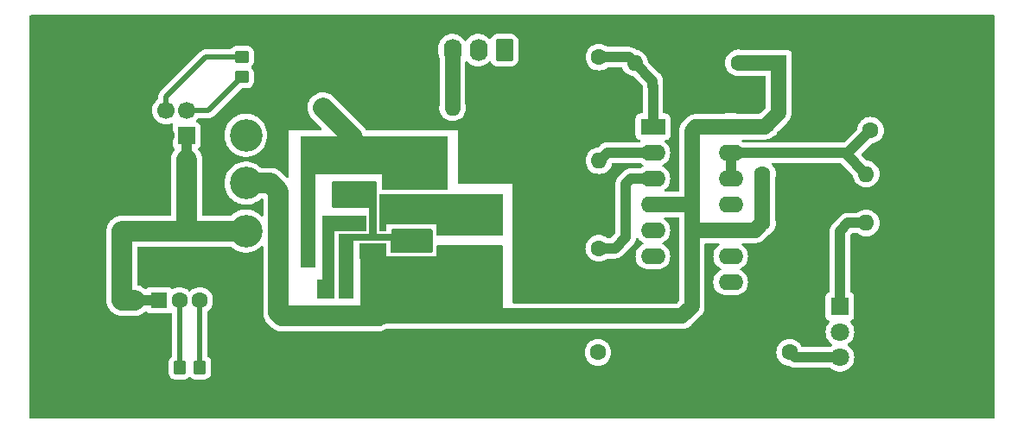
<source format=gtl>
G04 #@! TF.GenerationSoftware,KiCad,Pcbnew,(7.0.0)*
G04 #@! TF.CreationDate,2023-03-01T02:56:27+01:00*
G04 #@! TF.ProjectId,Extracteur_Air_PcFan_5v,45787472-6163-4746-9575-725f4169725f,1.0*
G04 #@! TF.SameCoordinates,Original*
G04 #@! TF.FileFunction,Copper,L1,Top*
G04 #@! TF.FilePolarity,Positive*
%FSLAX46Y46*%
G04 Gerber Fmt 4.6, Leading zero omitted, Abs format (unit mm)*
G04 Created by KiCad (PCBNEW (7.0.0)) date 2023-03-01 02:56:27*
%MOMM*%
%LPD*%
G01*
G04 APERTURE LIST*
G04 Aperture macros list*
%AMRoundRect*
0 Rectangle with rounded corners*
0 $1 Rounding radius*
0 $2 $3 $4 $5 $6 $7 $8 $9 X,Y pos of 4 corners*
0 Add a 4 corners polygon primitive as box body*
4,1,4,$2,$3,$4,$5,$6,$7,$8,$9,$2,$3,0*
0 Add four circle primitives for the rounded corners*
1,1,$1+$1,$2,$3*
1,1,$1+$1,$4,$5*
1,1,$1+$1,$6,$7*
1,1,$1+$1,$8,$9*
0 Add four rect primitives between the rounded corners*
20,1,$1+$1,$2,$3,$4,$5,0*
20,1,$1+$1,$4,$5,$6,$7,0*
20,1,$1+$1,$6,$7,$8,$9,0*
20,1,$1+$1,$8,$9,$2,$3,0*%
G04 Aperture macros list end*
G04 #@! TA.AperFunction,ComponentPad*
%ADD10C,3.200000*%
G04 #@! TD*
G04 #@! TA.AperFunction,ComponentPad*
%ADD11C,5.600000*%
G04 #@! TD*
G04 #@! TA.AperFunction,ComponentPad*
%ADD12C,1.600000*%
G04 #@! TD*
G04 #@! TA.AperFunction,ComponentPad*
%ADD13O,1.600000X1.600000*%
G04 #@! TD*
G04 #@! TA.AperFunction,SMDPad,CuDef*
%ADD14RoundRect,0.250000X-0.450000X0.350000X-0.450000X-0.350000X0.450000X-0.350000X0.450000X0.350000X0*%
G04 #@! TD*
G04 #@! TA.AperFunction,SMDPad,CuDef*
%ADD15RoundRect,0.250000X0.350000X0.450000X-0.350000X0.450000X-0.350000X-0.450000X0.350000X-0.450000X0*%
G04 #@! TD*
G04 #@! TA.AperFunction,ComponentPad*
%ADD16R,1.700000X1.700000*%
G04 #@! TD*
G04 #@! TA.AperFunction,ComponentPad*
%ADD17C,1.700000*%
G04 #@! TD*
G04 #@! TA.AperFunction,ComponentPad*
%ADD18C,3.500000*%
G04 #@! TD*
G04 #@! TA.AperFunction,ComponentPad*
%ADD19R,2.400000X1.600000*%
G04 #@! TD*
G04 #@! TA.AperFunction,ComponentPad*
%ADD20O,2.400000X1.600000*%
G04 #@! TD*
G04 #@! TA.AperFunction,ComponentPad*
%ADD21RoundRect,0.250000X0.620000X0.845000X-0.620000X0.845000X-0.620000X-0.845000X0.620000X-0.845000X0*%
G04 #@! TD*
G04 #@! TA.AperFunction,ComponentPad*
%ADD22O,1.740000X2.190000*%
G04 #@! TD*
G04 #@! TA.AperFunction,ComponentPad*
%ADD23R,1.600000X1.600000*%
G04 #@! TD*
G04 #@! TA.AperFunction,ComponentPad*
%ADD24C,2.150000*%
G04 #@! TD*
G04 #@! TA.AperFunction,ComponentPad*
%ADD25R,1.800000X1.800000*%
G04 #@! TD*
G04 #@! TA.AperFunction,ComponentPad*
%ADD26C,1.800000*%
G04 #@! TD*
G04 #@! TA.AperFunction,ComponentPad*
%ADD27RoundRect,0.750000X-1.250000X-0.750000X1.250000X-0.750000X1.250000X0.750000X-1.250000X0.750000X0*%
G04 #@! TD*
G04 #@! TA.AperFunction,SMDPad,CuDef*
%ADD28RoundRect,0.300000X-0.300000X0.400000X-0.300000X-0.400000X0.300000X-0.400000X0.300000X0.400000X0*%
G04 #@! TD*
G04 #@! TA.AperFunction,SMDPad,CuDef*
%ADD29R,0.650000X1.560000*%
G04 #@! TD*
G04 #@! TA.AperFunction,SMDPad,CuDef*
%ADD30R,5.700000X2.600000*%
G04 #@! TD*
G04 #@! TA.AperFunction,SMDPad,CuDef*
%ADD31RoundRect,0.250000X0.337500X0.475000X-0.337500X0.475000X-0.337500X-0.475000X0.337500X-0.475000X0*%
G04 #@! TD*
G04 #@! TA.AperFunction,SMDPad,CuDef*
%ADD32RoundRect,0.250000X1.100000X-0.412500X1.100000X0.412500X-1.100000X0.412500X-1.100000X-0.412500X0*%
G04 #@! TD*
G04 #@! TA.AperFunction,SMDPad,CuDef*
%ADD33RoundRect,0.250000X-1.450000X0.537500X-1.450000X-0.537500X1.450000X-0.537500X1.450000X0.537500X0*%
G04 #@! TD*
G04 #@! TA.AperFunction,ViaPad*
%ADD34C,1.000000*%
G04 #@! TD*
G04 #@! TA.AperFunction,ViaPad*
%ADD35C,0.500000*%
G04 #@! TD*
G04 #@! TA.AperFunction,Conductor*
%ADD36C,2.000000*%
G04 #@! TD*
G04 #@! TA.AperFunction,Conductor*
%ADD37C,1.000000*%
G04 #@! TD*
G04 #@! TA.AperFunction,Conductor*
%ADD38C,1.500000*%
G04 #@! TD*
G04 #@! TA.AperFunction,Conductor*
%ADD39C,0.500000*%
G04 #@! TD*
G04 APERTURE END LIST*
D10*
X91400000Y-81400000D03*
X91400000Y-76700000D03*
X91400000Y-72000000D03*
D11*
X98000000Y-64000000D03*
X161000000Y-76000000D03*
X74000000Y-96000000D03*
D12*
X142020000Y-80600000D03*
D13*
X152179999Y-80599999D03*
D14*
X91000000Y-64300000D03*
X91000000Y-66300000D03*
D15*
X86900000Y-94800000D03*
X84900000Y-94800000D03*
D12*
X142020000Y-75800000D03*
D13*
X152179999Y-75799999D03*
D16*
X85577499Y-72049999D03*
D17*
X85577500Y-69550000D03*
X83577500Y-69550000D03*
X83577500Y-72050000D03*
D18*
X80867500Y-76820000D03*
X80867500Y-64780000D03*
D19*
X131279999Y-71159999D03*
D20*
X131279999Y-73699999D03*
X131279999Y-76239999D03*
X131279999Y-78779999D03*
X131279999Y-81319999D03*
X131279999Y-83859999D03*
X131279999Y-86399999D03*
X138899999Y-86399999D03*
X138899999Y-83859999D03*
X138899999Y-81319999D03*
X138899999Y-78779999D03*
X138899999Y-76239999D03*
X138899999Y-73699999D03*
X138899999Y-71159999D03*
D21*
X116720000Y-63650000D03*
D22*
X114179999Y-63649999D03*
X111639999Y-63649999D03*
X109099999Y-63649999D03*
D23*
X82889999Y-88199999D03*
D12*
X84890000Y-88200000D03*
X86890000Y-88200000D03*
X88890000Y-88200000D03*
D24*
X82160000Y-85480000D03*
X82160000Y-90920000D03*
X89160000Y-85480000D03*
X89160000Y-90920000D03*
D12*
X152600000Y-71500000D03*
X152600000Y-66500000D03*
X98950000Y-69300000D03*
D13*
X111649999Y-69299999D03*
D25*
X149599999Y-88799999D03*
D26*
X149600000Y-91300000D03*
X149600000Y-93800000D03*
D27*
X156600000Y-86900000D03*
X156600000Y-95700000D03*
D12*
X125975000Y-83085000D03*
X125975000Y-78085000D03*
D23*
X143599999Y-64899999D03*
D12*
X145600000Y-64900000D03*
X126000000Y-64340000D03*
D13*
X125999999Y-74499999D03*
D28*
X107200000Y-74850000D03*
X107200000Y-78650000D03*
D12*
X125900000Y-93300000D03*
X130900000Y-93300000D03*
D29*
X104799999Y-80649999D03*
X103849999Y-80649999D03*
X102899999Y-80649999D03*
X102899999Y-83349999D03*
X104799999Y-83349999D03*
D12*
X144680000Y-93300000D03*
D13*
X134519999Y-93299999D03*
D30*
X113399999Y-85399999D03*
X113399999Y-79699999D03*
D12*
X139660000Y-64900000D03*
D13*
X129499999Y-64899999D03*
D15*
X101300000Y-87300000D03*
X99300000Y-87300000D03*
X99450000Y-80600000D03*
X97450000Y-80600000D03*
D31*
X99487500Y-84000000D03*
X97412500Y-84000000D03*
D32*
X107800000Y-85262500D03*
X107800000Y-82137500D03*
D33*
X101860000Y-73212500D03*
X101860000Y-77487500D03*
D12*
X142400000Y-70985000D03*
X147400000Y-70985000D03*
D34*
X157000000Y-63000000D03*
X153000000Y-63000000D03*
X121000000Y-73000000D03*
X121000000Y-77000000D03*
X118000000Y-98000000D03*
X114000000Y-98000000D03*
X110000000Y-98000000D03*
X159000000Y-63000000D03*
X155000000Y-63000000D03*
X151000000Y-63000000D03*
X121000000Y-79000000D03*
X121000000Y-71000000D03*
X121000000Y-75000000D03*
X120000000Y-98000000D03*
X116000000Y-98000000D03*
X112000000Y-98000000D03*
X108000000Y-98000000D03*
D35*
X101550000Y-84650000D03*
X100310000Y-78800000D03*
X101100000Y-78800000D03*
X106750000Y-83300000D03*
X108250000Y-83300000D03*
X101550000Y-83950000D03*
X101900000Y-78800000D03*
X107500000Y-83300000D03*
X101550000Y-85350000D03*
X100900000Y-82050000D03*
X100900000Y-82750000D03*
X106000000Y-83300000D03*
X102700000Y-78800000D03*
X101550000Y-86050000D03*
D36*
X94600000Y-89400000D02*
X94950000Y-89750000D01*
X93800000Y-76700000D02*
X94600000Y-77500000D01*
X94600000Y-77500000D02*
X94600000Y-89400000D01*
X91400000Y-76700000D02*
X93800000Y-76700000D01*
X94950000Y-89750000D02*
X104300000Y-89750000D01*
X85600000Y-81400000D02*
X91400000Y-81400000D01*
D37*
X82890000Y-88200000D02*
X80500000Y-88200000D01*
D38*
X135500000Y-71160000D02*
X138900000Y-71160000D01*
X131280000Y-78780000D02*
X135095000Y-78780000D01*
X138900000Y-71160000D02*
X142225000Y-71160000D01*
D36*
X85600000Y-74400000D02*
X85600000Y-81400000D01*
D38*
X135100000Y-81500000D02*
X135100000Y-78775000D01*
D36*
X79250000Y-88200000D02*
X79250000Y-81400000D01*
D38*
X142400000Y-70985000D02*
X143600000Y-69785000D01*
D36*
X80500000Y-88200000D02*
X79250000Y-88200000D01*
D38*
X135100000Y-78775000D02*
X135100000Y-71560000D01*
X143600000Y-64900000D02*
X139660000Y-64900000D01*
X138900000Y-81320000D02*
X135280000Y-81320000D01*
D36*
X90800000Y-81400000D02*
X91949390Y-81400000D01*
D38*
X135100000Y-88800000D02*
X135100000Y-81500000D01*
D36*
X79250000Y-81400000D02*
X85600000Y-81400000D01*
D38*
X135100000Y-71560000D02*
X135500000Y-71160000D01*
X143600000Y-69785000D02*
X143600000Y-64900000D01*
X141300000Y-81320000D02*
X142020000Y-80600000D01*
X138900000Y-81320000D02*
X141300000Y-81320000D01*
X135280000Y-81320000D02*
X135100000Y-81500000D01*
D37*
X85577500Y-74377500D02*
X85600000Y-74400000D01*
D38*
X135095000Y-78780000D02*
X135100000Y-78775000D01*
X142225000Y-71160000D02*
X142400000Y-70985000D01*
X142020000Y-75800000D02*
X142020000Y-80600000D01*
D37*
X85577500Y-72050000D02*
X85577500Y-74377500D01*
D38*
X134150000Y-89750000D02*
X135100000Y-88800000D01*
X104300000Y-89750000D02*
X134150000Y-89750000D01*
D36*
X101860000Y-73212500D02*
X101860000Y-72210000D01*
X101860000Y-72210000D02*
X98950000Y-69300000D01*
D37*
X127565000Y-83085000D02*
X125975000Y-83085000D01*
X129135000Y-76240000D02*
X128625000Y-76750000D01*
X131280000Y-76240000D02*
X129135000Y-76240000D01*
X128625000Y-82025000D02*
X127565000Y-83085000D01*
X128625000Y-76750000D02*
X128625000Y-82025000D01*
X138900000Y-73700000D02*
X150080000Y-73700000D01*
X138900000Y-76240000D02*
X138900000Y-73700000D01*
X150080000Y-73700000D02*
X152180000Y-75800000D01*
X150400000Y-73700000D02*
X152600000Y-71500000D01*
X150080000Y-73700000D02*
X150400000Y-73700000D01*
X126800000Y-73700000D02*
X131280000Y-73700000D01*
X126000000Y-74500000D02*
X126800000Y-73700000D01*
D39*
X87750000Y-69550000D02*
X91000000Y-66300000D01*
X85577500Y-69550000D02*
X87750000Y-69550000D01*
X87500000Y-64300000D02*
X91000000Y-64300000D01*
X83577500Y-69550000D02*
X83577500Y-68222500D01*
X83577500Y-68222500D02*
X87500000Y-64300000D01*
D38*
X111650000Y-69300000D02*
X111650000Y-63660000D01*
X111650000Y-63660000D02*
X111640000Y-63650000D01*
D39*
X84890000Y-88200000D02*
X84890000Y-94790000D01*
X84890000Y-94790000D02*
X84900000Y-94800000D01*
X86890000Y-94790000D02*
X86900000Y-94800000D01*
X86890000Y-88200000D02*
X86890000Y-94790000D01*
D37*
X149600000Y-81400000D02*
X149600000Y-88800000D01*
X150400000Y-80600000D02*
X149600000Y-81400000D01*
X152180000Y-80600000D02*
X150400000Y-80600000D01*
X145180000Y-93800000D02*
X144680000Y-93300000D01*
X149600000Y-93800000D02*
X145180000Y-93800000D01*
X131275000Y-66675000D02*
X131275000Y-67225000D01*
X131275000Y-67225000D02*
X131280000Y-67230000D01*
X126000000Y-64340000D02*
X128940000Y-64340000D01*
X131280000Y-67230000D02*
X131280000Y-71160000D01*
X129500000Y-64900000D02*
X131275000Y-66675000D01*
X128940000Y-64340000D02*
X129500000Y-64900000D01*
G04 #@! TA.AperFunction,Conductor*
G36*
X105063000Y-82591613D02*
G01*
X105108387Y-82637000D01*
X105125000Y-82699000D01*
X105125000Y-83900000D01*
X116600000Y-83900000D01*
X116600000Y-89001000D01*
X116583387Y-89063000D01*
X116538000Y-89108387D01*
X116476000Y-89125000D01*
X105800000Y-89125000D01*
X105800000Y-89141326D01*
X105800000Y-90371000D01*
X105783387Y-90433000D01*
X105738000Y-90478387D01*
X105676000Y-90495000D01*
X105166289Y-90495000D01*
X105164075Y-90495160D01*
X105164059Y-90495161D01*
X105095632Y-90500119D01*
X105095606Y-90500121D01*
X105093409Y-90500281D01*
X105091232Y-90500598D01*
X105091206Y-90500601D01*
X105060220Y-90505116D01*
X105060206Y-90505118D01*
X105058027Y-90505436D01*
X105055881Y-90505909D01*
X105055860Y-90505913D01*
X104991049Y-90520203D01*
X104991038Y-90520206D01*
X104986676Y-90521168D01*
X104982496Y-90522749D01*
X104982487Y-90522752D01*
X104920433Y-90546228D01*
X104920408Y-90546238D01*
X104918337Y-90547022D01*
X104916314Y-90547959D01*
X104916294Y-90547968D01*
X104887934Y-90561113D01*
X104887926Y-90561116D01*
X104885898Y-90562057D01*
X104883960Y-90563131D01*
X104883936Y-90563144D01*
X104823938Y-90596419D01*
X104823911Y-90596435D01*
X104821984Y-90597504D01*
X104820140Y-90598708D01*
X104820113Y-90598725D01*
X104783787Y-90622458D01*
X104765777Y-90632204D01*
X104633597Y-90690183D01*
X104614227Y-90696833D01*
X104474282Y-90732272D01*
X104454083Y-90735642D01*
X104358267Y-90743582D01*
X104346280Y-90744576D01*
X104336042Y-90745000D01*
X102699000Y-90745000D01*
X102637000Y-90728387D01*
X102591613Y-90683000D01*
X102575000Y-90621000D01*
X102575000Y-82699000D01*
X102591613Y-82637000D01*
X102637000Y-82591613D01*
X102699000Y-82575000D01*
X105001000Y-82575000D01*
X105063000Y-82591613D01*
G37*
G04 #@! TD.AperFunction*
G04 #@! TA.AperFunction,Conductor*
G36*
X111138000Y-72116613D02*
G01*
X111183387Y-72162000D01*
X111200000Y-72224000D01*
X111200000Y-77226000D01*
X111183387Y-77288000D01*
X111138000Y-77333387D01*
X111076000Y-77350000D01*
X104874000Y-77350000D01*
X104812000Y-77333387D01*
X104766613Y-77288000D01*
X104750000Y-77226000D01*
X104750000Y-75816326D01*
X104750000Y-75800000D01*
X104733674Y-75800000D01*
X98266326Y-75800000D01*
X98250000Y-75800000D01*
X98250000Y-75816326D01*
X98250000Y-84876000D01*
X98233387Y-84938000D01*
X98188000Y-84983387D01*
X98126000Y-85000000D01*
X96874000Y-85000000D01*
X96812000Y-84983387D01*
X96766613Y-84938000D01*
X96750000Y-84876000D01*
X96750000Y-72224000D01*
X96766613Y-72162000D01*
X96812000Y-72116613D01*
X96874000Y-72100000D01*
X111076000Y-72100000D01*
X111138000Y-72116613D01*
G37*
G04 #@! TD.AperFunction*
G04 #@! TA.AperFunction,Conductor*
G36*
X104138000Y-76516613D02*
G01*
X104183387Y-76562000D01*
X104200000Y-76624000D01*
X104200000Y-81650000D01*
X104216326Y-81650000D01*
X105633674Y-81650000D01*
X105650000Y-81650000D01*
X105650000Y-81324000D01*
X105666613Y-81262000D01*
X105712000Y-81216613D01*
X105774000Y-81200000D01*
X109576000Y-81200000D01*
X109638000Y-81216613D01*
X109683387Y-81262000D01*
X109700000Y-81324000D01*
X109700000Y-83426000D01*
X109683387Y-83488000D01*
X109638000Y-83533387D01*
X109576000Y-83550000D01*
X105724000Y-83550000D01*
X105662000Y-83533387D01*
X105616613Y-83488000D01*
X105600000Y-83426000D01*
X105600000Y-82366326D01*
X105600000Y-82350000D01*
X105583674Y-82350000D01*
X101916326Y-82350000D01*
X101900000Y-82350000D01*
X101900000Y-82366326D01*
X101900000Y-87926000D01*
X101883387Y-87988000D01*
X101838000Y-88033387D01*
X101776000Y-88050000D01*
X100624000Y-88050000D01*
X100562000Y-88033387D01*
X100516613Y-87988000D01*
X100500000Y-87926000D01*
X100500000Y-81774000D01*
X100516613Y-81712000D01*
X100562000Y-81666613D01*
X100624000Y-81650000D01*
X103483674Y-81650000D01*
X103500000Y-81650000D01*
X103500000Y-79100000D01*
X103483674Y-79100000D01*
X99974000Y-79100000D01*
X99912000Y-79083387D01*
X99866613Y-79038000D01*
X99850000Y-78976000D01*
X99850000Y-76624000D01*
X99866613Y-76562000D01*
X99912000Y-76516613D01*
X99974000Y-76500000D01*
X104076000Y-76500000D01*
X104138000Y-76516613D01*
G37*
G04 #@! TD.AperFunction*
G04 #@! TA.AperFunction,Conductor*
G36*
X116538000Y-82816613D02*
G01*
X116583387Y-82862000D01*
X116600000Y-82924000D01*
X116600000Y-83900000D01*
X110050000Y-83900000D01*
X110050000Y-82924000D01*
X110066613Y-82862000D01*
X110112000Y-82816613D01*
X110174000Y-82800000D01*
X116476000Y-82800000D01*
X116538000Y-82816613D01*
G37*
G04 #@! TD.AperFunction*
G04 #@! TA.AperFunction,Conductor*
G36*
X116538000Y-77766613D02*
G01*
X116583387Y-77812000D01*
X116600000Y-77874000D01*
X116600000Y-81726000D01*
X116583387Y-81788000D01*
X116538000Y-81833387D01*
X116476000Y-81850000D01*
X110174000Y-81850000D01*
X110112000Y-81833387D01*
X110066613Y-81788000D01*
X110050000Y-81726000D01*
X110050000Y-80766326D01*
X110050000Y-80750000D01*
X110033674Y-80750000D01*
X105166326Y-80750000D01*
X105150000Y-80750000D01*
X105150000Y-80766326D01*
X105150000Y-81276000D01*
X105133387Y-81338000D01*
X105088000Y-81383387D01*
X105026000Y-81400000D01*
X104599000Y-81400000D01*
X104537000Y-81383387D01*
X104491613Y-81338000D01*
X104475000Y-81276000D01*
X104475000Y-77874000D01*
X104491613Y-77812000D01*
X104537000Y-77766613D01*
X104599000Y-77750000D01*
X116476000Y-77750000D01*
X116538000Y-77766613D01*
G37*
G04 #@! TD.AperFunction*
G04 #@! TA.AperFunction,Conductor*
G36*
X164737500Y-60217113D02*
G01*
X164782887Y-60262500D01*
X164799500Y-60324500D01*
X164799500Y-99675500D01*
X164782887Y-99737500D01*
X164737500Y-99782887D01*
X164675500Y-99799500D01*
X70324500Y-99799500D01*
X70262500Y-99782887D01*
X70217113Y-99737500D01*
X70200500Y-99675500D01*
X70200500Y-88324335D01*
X77749500Y-88324335D01*
X77750343Y-88329388D01*
X77750344Y-88329398D01*
X77758906Y-88380704D01*
X77760173Y-88390873D01*
X77764468Y-88442711D01*
X77764469Y-88442717D01*
X77764892Y-88447821D01*
X77766149Y-88452785D01*
X77766150Y-88452791D01*
X77778918Y-88503213D01*
X77781021Y-88513239D01*
X77790429Y-88569614D01*
X77792092Y-88574458D01*
X77808983Y-88623661D01*
X77811906Y-88633480D01*
X77824676Y-88683905D01*
X77824679Y-88683914D01*
X77825937Y-88688881D01*
X77827994Y-88693571D01*
X77827995Y-88693573D01*
X77848893Y-88741215D01*
X77852616Y-88750758D01*
X77871172Y-88804810D01*
X77873610Y-88809316D01*
X77873611Y-88809317D01*
X77898376Y-88855080D01*
X77902877Y-88864286D01*
X77925827Y-88916607D01*
X77928632Y-88920900D01*
X77957075Y-88964436D01*
X77962321Y-88973239D01*
X77989526Y-89023509D01*
X77992672Y-89027551D01*
X77992676Y-89027557D01*
X78024624Y-89068603D01*
X78030580Y-89076945D01*
X78059030Y-89120492D01*
X78059037Y-89120501D01*
X78061836Y-89124785D01*
X78065305Y-89128553D01*
X78065311Y-89128561D01*
X78100536Y-89166825D01*
X78107159Y-89174644D01*
X78142262Y-89219744D01*
X78184326Y-89258467D01*
X78191531Y-89265672D01*
X78230256Y-89307738D01*
X78275372Y-89342853D01*
X78283158Y-89349447D01*
X78325215Y-89388164D01*
X78329515Y-89390973D01*
X78373050Y-89419416D01*
X78381391Y-89425372D01*
X78422437Y-89457319D01*
X78426491Y-89460474D01*
X78476470Y-89487521D01*
X78476747Y-89487671D01*
X78485553Y-89492918D01*
X78529091Y-89521363D01*
X78529096Y-89521366D01*
X78533393Y-89524173D01*
X78585733Y-89547131D01*
X78594918Y-89551621D01*
X78645190Y-89578828D01*
X78699252Y-89597387D01*
X78708774Y-89601102D01*
X78761119Y-89624063D01*
X78766091Y-89625322D01*
X78766094Y-89625323D01*
X78791299Y-89631705D01*
X78816509Y-89638089D01*
X78826322Y-89641010D01*
X78880386Y-89659571D01*
X78936752Y-89668976D01*
X78946778Y-89671078D01*
X79002179Y-89685108D01*
X79059136Y-89689826D01*
X79069296Y-89691093D01*
X79125665Y-89700500D01*
X79187933Y-89700500D01*
X79374335Y-89700500D01*
X80559497Y-89700500D01*
X80562067Y-89700500D01*
X80747821Y-89685108D01*
X80988881Y-89624063D01*
X81216607Y-89524173D01*
X81424785Y-89388164D01*
X81428562Y-89384686D01*
X81428567Y-89384683D01*
X81519511Y-89300963D01*
X81580484Y-89270346D01*
X81648424Y-89276618D01*
X81702760Y-89317880D01*
X81732454Y-89357546D01*
X81847669Y-89443796D01*
X81982517Y-89494091D01*
X82042127Y-89500500D01*
X83737872Y-89500499D01*
X83797483Y-89494091D01*
X83932331Y-89443796D01*
X83939435Y-89438478D01*
X83941190Y-89437165D01*
X83943372Y-89436328D01*
X83947216Y-89434230D01*
X83947498Y-89434747D01*
X84004448Y-89412926D01*
X84071005Y-89425548D01*
X84120995Y-89471265D01*
X84139500Y-89536432D01*
X84139500Y-93652340D01*
X84127109Y-93706373D01*
X84092411Y-93749606D01*
X84087488Y-93753497D01*
X84081344Y-93757288D01*
X84076240Y-93762391D01*
X84076236Y-93762395D01*
X83962393Y-93876238D01*
X83962389Y-93876242D01*
X83957288Y-93881344D01*
X83953503Y-93887480D01*
X83953497Y-93887488D01*
X83868977Y-94024519D01*
X83865186Y-94030666D01*
X83862915Y-94037517D01*
X83862914Y-94037521D01*
X83812131Y-94190774D01*
X83810001Y-94197203D01*
X83809313Y-94203933D01*
X83809312Y-94203940D01*
X83799819Y-94296859D01*
X83799818Y-94296877D01*
X83799500Y-94299991D01*
X83799500Y-94303138D01*
X83799500Y-94303139D01*
X83799500Y-95296859D01*
X83799500Y-95296878D01*
X83799501Y-95300008D01*
X83799820Y-95303140D01*
X83799821Y-95303141D01*
X83809312Y-95396061D01*
X83809313Y-95396069D01*
X83810001Y-95402797D01*
X83865186Y-95569334D01*
X83868977Y-95575480D01*
X83953497Y-95712511D01*
X83953500Y-95712515D01*
X83957288Y-95718656D01*
X84081344Y-95842712D01*
X84087485Y-95846500D01*
X84087488Y-95846502D01*
X84144558Y-95881702D01*
X84230666Y-95934814D01*
X84397203Y-95989999D01*
X84499991Y-96000500D01*
X85300008Y-96000499D01*
X85402797Y-95989999D01*
X85569334Y-95934814D01*
X85718656Y-95842712D01*
X85812319Y-95749049D01*
X85867906Y-95716955D01*
X85932094Y-95716955D01*
X85987681Y-95749049D01*
X86081344Y-95842712D01*
X86087485Y-95846500D01*
X86087488Y-95846502D01*
X86144558Y-95881702D01*
X86230666Y-95934814D01*
X86397203Y-95989999D01*
X86499991Y-96000500D01*
X87300008Y-96000499D01*
X87402797Y-95989999D01*
X87569334Y-95934814D01*
X87718656Y-95842712D01*
X87842712Y-95718656D01*
X87934814Y-95569334D01*
X87989999Y-95402797D01*
X88000500Y-95300009D01*
X88000499Y-94299992D01*
X87989999Y-94197203D01*
X87934814Y-94030666D01*
X87842712Y-93881344D01*
X87718656Y-93757288D01*
X87712509Y-93753496D01*
X87712506Y-93753494D01*
X87699405Y-93745414D01*
X87656223Y-93700306D01*
X87640500Y-93639874D01*
X87640500Y-93300000D01*
X124594532Y-93300000D01*
X124614365Y-93526692D01*
X124615762Y-93531907D01*
X124615764Y-93531916D01*
X124671858Y-93741263D01*
X124671861Y-93741271D01*
X124673261Y-93746496D01*
X124769432Y-93952734D01*
X124772539Y-93957171D01*
X124772540Y-93957173D01*
X124827930Y-94036279D01*
X124899953Y-94139139D01*
X125060861Y-94300047D01*
X125247266Y-94430568D01*
X125453504Y-94526739D01*
X125673308Y-94585635D01*
X125900000Y-94605468D01*
X126126692Y-94585635D01*
X126346496Y-94526739D01*
X126552734Y-94430568D01*
X126739139Y-94300047D01*
X126900047Y-94139139D01*
X127030568Y-93952734D01*
X127126739Y-93746496D01*
X127185635Y-93526692D01*
X127205468Y-93300000D01*
X143374532Y-93300000D01*
X143394365Y-93526692D01*
X143395762Y-93531907D01*
X143395764Y-93531916D01*
X143451858Y-93741263D01*
X143451861Y-93741271D01*
X143453261Y-93746496D01*
X143549432Y-93952734D01*
X143552539Y-93957171D01*
X143552540Y-93957173D01*
X143607930Y-94036279D01*
X143679953Y-94139139D01*
X143840861Y-94300047D01*
X144027266Y-94430568D01*
X144233504Y-94526739D01*
X144453308Y-94585635D01*
X144535153Y-94592795D01*
X144570989Y-94601429D01*
X144602703Y-94620219D01*
X144626593Y-94639698D01*
X144653556Y-94653782D01*
X144666980Y-94661915D01*
X144691951Y-94679295D01*
X144746163Y-94702559D01*
X144754673Y-94706601D01*
X144806951Y-94733909D01*
X144836199Y-94742277D01*
X144850975Y-94747538D01*
X144878942Y-94759540D01*
X144936718Y-94771413D01*
X144945866Y-94773658D01*
X145002582Y-94789887D01*
X145032916Y-94792196D01*
X145048463Y-94794377D01*
X145072095Y-94799234D01*
X145072102Y-94799234D01*
X145078259Y-94800500D01*
X145137242Y-94800500D01*
X145146657Y-94800858D01*
X145205477Y-94805337D01*
X145235652Y-94801493D01*
X145251318Y-94800500D01*
X148564160Y-94800500D01*
X148609235Y-94808983D01*
X148646925Y-94832510D01*
X148648216Y-94833913D01*
X148652252Y-94837054D01*
X148652256Y-94837058D01*
X148799117Y-94951364D01*
X148831374Y-94976470D01*
X149035497Y-95086936D01*
X149255019Y-95162298D01*
X149483951Y-95200500D01*
X149710916Y-95200500D01*
X149716049Y-95200500D01*
X149944981Y-95162298D01*
X150164503Y-95086936D01*
X150368626Y-94976470D01*
X150551784Y-94833913D01*
X150708979Y-94663153D01*
X150835924Y-94468849D01*
X150929157Y-94256300D01*
X150986134Y-94031305D01*
X151005300Y-93800000D01*
X150986134Y-93568695D01*
X150929157Y-93343700D01*
X150835924Y-93131151D01*
X150708979Y-92936847D01*
X150551784Y-92766087D01*
X150547735Y-92762935D01*
X150547729Y-92762930D01*
X150399877Y-92647852D01*
X150364638Y-92604459D01*
X150352039Y-92549998D01*
X150364639Y-92495538D01*
X150399873Y-92452148D01*
X150551784Y-92333913D01*
X150708979Y-92163153D01*
X150835924Y-91968849D01*
X150929157Y-91756300D01*
X150986134Y-91531305D01*
X151005300Y-91300000D01*
X150986134Y-91068695D01*
X150929157Y-90843700D01*
X150835924Y-90631151D01*
X150708979Y-90436847D01*
X150705508Y-90433076D01*
X150705503Y-90433070D01*
X150641609Y-90363662D01*
X150612836Y-90310909D01*
X150612244Y-90250822D01*
X150639971Y-90197512D01*
X150689507Y-90163498D01*
X150742331Y-90143796D01*
X150857546Y-90057546D01*
X150943796Y-89942331D01*
X150994091Y-89807483D01*
X151000500Y-89747873D01*
X151000499Y-87852128D01*
X150994091Y-87792517D01*
X150943796Y-87657669D01*
X150857546Y-87542454D01*
X150841668Y-87530568D01*
X150749431Y-87461519D01*
X150749430Y-87461518D01*
X150742331Y-87456204D01*
X150681165Y-87433390D01*
X150638930Y-87406952D01*
X150610512Y-87366022D01*
X150600500Y-87317209D01*
X150600500Y-81865783D01*
X150609939Y-81818330D01*
X150636816Y-81778104D01*
X150778103Y-81636816D01*
X150818329Y-81609939D01*
X150865782Y-81600500D01*
X151302412Y-81600500D01*
X151339699Y-81606239D01*
X151373533Y-81622924D01*
X151527266Y-81730568D01*
X151733504Y-81826739D01*
X151953308Y-81885635D01*
X152180000Y-81905468D01*
X152406692Y-81885635D01*
X152626496Y-81826739D01*
X152832734Y-81730568D01*
X153019139Y-81600047D01*
X153180047Y-81439139D01*
X153310568Y-81252734D01*
X153406739Y-81046496D01*
X153465635Y-80826692D01*
X153485468Y-80600000D01*
X153465635Y-80373308D01*
X153406739Y-80153504D01*
X153310568Y-79947266D01*
X153180047Y-79760861D01*
X153019139Y-79599953D01*
X152923289Y-79532839D01*
X152837173Y-79472540D01*
X152837171Y-79472539D01*
X152832734Y-79469432D01*
X152740032Y-79426204D01*
X152631405Y-79375550D01*
X152631403Y-79375549D01*
X152626496Y-79373261D01*
X152621271Y-79371861D01*
X152621263Y-79371858D01*
X152411916Y-79315764D01*
X152411907Y-79315762D01*
X152406692Y-79314365D01*
X152401304Y-79313893D01*
X152401301Y-79313893D01*
X152185395Y-79295004D01*
X152180000Y-79294532D01*
X152174605Y-79295004D01*
X151958698Y-79313893D01*
X151958693Y-79313893D01*
X151953308Y-79314365D01*
X151948094Y-79315762D01*
X151948083Y-79315764D01*
X151738736Y-79371858D01*
X151738724Y-79371862D01*
X151733504Y-79373261D01*
X151728599Y-79375547D01*
X151728594Y-79375550D01*
X151532176Y-79467142D01*
X151532172Y-79467144D01*
X151527266Y-79469432D01*
X151522833Y-79472535D01*
X151522826Y-79472540D01*
X151415387Y-79547769D01*
X151408972Y-79552262D01*
X151373535Y-79577075D01*
X151339699Y-79593761D01*
X151302412Y-79599500D01*
X150414278Y-79599500D01*
X150411137Y-79599460D01*
X150329924Y-79597402D01*
X150329921Y-79597402D01*
X150323637Y-79597243D01*
X150311267Y-79599460D01*
X150265578Y-79607648D01*
X150256254Y-79608955D01*
X150203821Y-79614288D01*
X150203807Y-79614290D01*
X150197562Y-79614926D01*
X150191568Y-79616806D01*
X150191565Y-79616807D01*
X150168526Y-79624035D01*
X150153292Y-79627774D01*
X150129533Y-79632033D01*
X150129532Y-79632033D01*
X150123347Y-79633142D01*
X150117511Y-79635472D01*
X150117504Y-79635475D01*
X150068568Y-79655021D01*
X150059698Y-79658179D01*
X150009411Y-79673957D01*
X150009396Y-79673963D01*
X150003412Y-79675841D01*
X149997923Y-79678887D01*
X149997915Y-79678891D01*
X149976818Y-79690601D01*
X149962642Y-79697333D01*
X149940227Y-79706286D01*
X149940213Y-79706292D01*
X149934383Y-79708622D01*
X149929139Y-79712077D01*
X149929135Y-79712080D01*
X149885122Y-79741087D01*
X149877065Y-79745967D01*
X149825498Y-79774591D01*
X149820734Y-79778680D01*
X149820719Y-79778691D01*
X149802405Y-79794413D01*
X149789883Y-79803855D01*
X149769732Y-79817136D01*
X149769721Y-79817144D01*
X149764482Y-79820598D01*
X149760038Y-79825041D01*
X149760034Y-79825045D01*
X149722781Y-79862297D01*
X149715875Y-79868698D01*
X149675875Y-79903038D01*
X149675869Y-79903043D01*
X149671105Y-79907134D01*
X149654243Y-79928918D01*
X149652480Y-79931195D01*
X149642108Y-79942970D01*
X148902646Y-80682432D01*
X148900398Y-80684624D01*
X148836947Y-80744941D01*
X148833359Y-80750095D01*
X148833352Y-80750104D01*
X148803244Y-80793361D01*
X148797574Y-80800881D01*
X148764274Y-80841721D01*
X148764271Y-80841724D01*
X148760302Y-80846593D01*
X148757396Y-80852155D01*
X148757388Y-80852168D01*
X148746210Y-80873566D01*
X148738082Y-80886982D01*
X148724300Y-80906784D01*
X148724295Y-80906792D01*
X148720705Y-80911951D01*
X148718228Y-80917721D01*
X148718225Y-80917728D01*
X148697439Y-80966165D01*
X148693399Y-80974671D01*
X148666091Y-81026951D01*
X148664363Y-81032989D01*
X148664360Y-81032997D01*
X148657720Y-81056201D01*
X148652459Y-81070978D01*
X148642942Y-81093157D01*
X148640460Y-81098942D01*
X148639194Y-81105097D01*
X148639192Y-81105107D01*
X148628587Y-81156712D01*
X148626342Y-81165859D01*
X148611842Y-81216534D01*
X148611839Y-81216547D01*
X148610113Y-81222582D01*
X148609636Y-81228842D01*
X148609635Y-81228849D01*
X148607801Y-81252929D01*
X148605622Y-81268463D01*
X148600766Y-81292097D01*
X148599500Y-81298259D01*
X148599500Y-81304550D01*
X148599500Y-81357241D01*
X148599142Y-81366656D01*
X148595140Y-81419205D01*
X148595140Y-81419210D01*
X148594663Y-81425476D01*
X148595456Y-81431709D01*
X148595457Y-81431715D01*
X148598506Y-81455651D01*
X148599500Y-81471317D01*
X148599500Y-87317209D01*
X148589488Y-87366022D01*
X148561070Y-87406952D01*
X148518834Y-87433390D01*
X148457669Y-87456204D01*
X148450572Y-87461516D01*
X148450568Y-87461519D01*
X148349550Y-87537141D01*
X148349546Y-87537144D01*
X148342454Y-87542454D01*
X148337144Y-87549546D01*
X148337141Y-87549550D01*
X148261519Y-87650568D01*
X148261516Y-87650572D01*
X148256204Y-87657669D01*
X148253104Y-87665978D01*
X148253104Y-87665980D01*
X148208620Y-87785247D01*
X148208619Y-87785250D01*
X148205909Y-87792517D01*
X148205079Y-87800227D01*
X148205079Y-87800232D01*
X148199855Y-87848819D01*
X148199854Y-87848831D01*
X148199500Y-87852127D01*
X148199500Y-87855448D01*
X148199500Y-87855449D01*
X148199500Y-89744560D01*
X148199500Y-89744578D01*
X148199501Y-89747872D01*
X148199853Y-89751150D01*
X148199854Y-89751161D01*
X148205079Y-89799768D01*
X148205080Y-89799773D01*
X148205909Y-89807483D01*
X148208619Y-89814749D01*
X148208620Y-89814753D01*
X148234416Y-89883915D01*
X148256204Y-89942331D01*
X148342454Y-90057546D01*
X148457669Y-90143796D01*
X148510493Y-90163498D01*
X148560028Y-90197513D01*
X148587755Y-90250822D01*
X148587163Y-90310909D01*
X148558391Y-90363662D01*
X148494490Y-90433077D01*
X148494481Y-90433087D01*
X148491021Y-90436847D01*
X148488226Y-90441124D01*
X148488219Y-90441134D01*
X148432194Y-90526888D01*
X148364076Y-90631151D01*
X148362021Y-90635835D01*
X148362016Y-90635845D01*
X148274171Y-90836112D01*
X148270843Y-90843700D01*
X148269585Y-90848665D01*
X148269584Y-90848670D01*
X148215125Y-91063720D01*
X148215123Y-91063729D01*
X148213866Y-91068695D01*
X148213442Y-91073802D01*
X148213441Y-91073813D01*
X148198482Y-91254357D01*
X148194700Y-91300000D01*
X148195124Y-91305117D01*
X148213441Y-91526186D01*
X148213442Y-91526195D01*
X148213866Y-91531305D01*
X148215123Y-91536272D01*
X148215125Y-91536279D01*
X148269584Y-91751329D01*
X148270843Y-91756300D01*
X148272903Y-91760996D01*
X148362016Y-91964154D01*
X148362019Y-91964159D01*
X148364076Y-91968849D01*
X148380856Y-91994532D01*
X148488219Y-92158865D01*
X148488222Y-92158869D01*
X148491021Y-92163153D01*
X148648216Y-92333913D01*
X148800123Y-92452146D01*
X148835360Y-92495538D01*
X148847960Y-92549998D01*
X148835361Y-92604459D01*
X148800123Y-92647852D01*
X148652258Y-92762940D01*
X148652250Y-92762946D01*
X148648216Y-92766087D01*
X148646925Y-92767489D01*
X148609235Y-92791017D01*
X148564160Y-92799500D01*
X145960553Y-92799500D01*
X145893928Y-92780081D01*
X145848171Y-92727905D01*
X145812858Y-92652176D01*
X145812855Y-92652172D01*
X145810568Y-92647266D01*
X145680047Y-92460861D01*
X145519139Y-92299953D01*
X145332734Y-92169432D01*
X145126496Y-92073261D01*
X145121271Y-92071861D01*
X145121263Y-92071858D01*
X144911916Y-92015764D01*
X144911907Y-92015762D01*
X144906692Y-92014365D01*
X144901304Y-92013893D01*
X144901301Y-92013893D01*
X144685395Y-91995004D01*
X144680000Y-91994532D01*
X144674605Y-91995004D01*
X144458698Y-92013893D01*
X144458693Y-92013893D01*
X144453308Y-92014365D01*
X144448094Y-92015762D01*
X144448083Y-92015764D01*
X144238736Y-92071858D01*
X144238724Y-92071862D01*
X144233504Y-92073261D01*
X144228599Y-92075547D01*
X144228594Y-92075550D01*
X144032176Y-92167142D01*
X144032172Y-92167144D01*
X144027266Y-92169432D01*
X144022833Y-92172535D01*
X144022826Y-92172540D01*
X143845296Y-92296847D01*
X143845291Y-92296850D01*
X143840861Y-92299953D01*
X143837037Y-92303776D01*
X143837031Y-92303782D01*
X143683782Y-92457031D01*
X143683776Y-92457037D01*
X143679953Y-92460861D01*
X143676850Y-92465291D01*
X143676847Y-92465296D01*
X143552540Y-92642826D01*
X143552535Y-92642833D01*
X143549432Y-92647266D01*
X143547144Y-92652172D01*
X143547142Y-92652176D01*
X143455550Y-92848594D01*
X143455547Y-92848599D01*
X143453261Y-92853504D01*
X143451862Y-92858724D01*
X143451858Y-92858736D01*
X143395764Y-93068083D01*
X143395762Y-93068094D01*
X143394365Y-93073308D01*
X143393893Y-93078693D01*
X143393893Y-93078698D01*
X143375004Y-93294605D01*
X143374532Y-93300000D01*
X127205468Y-93300000D01*
X127185635Y-93073308D01*
X127126739Y-92853504D01*
X127030568Y-92647266D01*
X126900047Y-92460861D01*
X126739139Y-92299953D01*
X126552734Y-92169432D01*
X126346496Y-92073261D01*
X126341271Y-92071861D01*
X126341263Y-92071858D01*
X126131916Y-92015764D01*
X126131907Y-92015762D01*
X126126692Y-92014365D01*
X126121304Y-92013893D01*
X126121301Y-92013893D01*
X125905395Y-91995004D01*
X125900000Y-91994532D01*
X125894605Y-91995004D01*
X125678698Y-92013893D01*
X125678693Y-92013893D01*
X125673308Y-92014365D01*
X125668094Y-92015762D01*
X125668083Y-92015764D01*
X125458736Y-92071858D01*
X125458724Y-92071862D01*
X125453504Y-92073261D01*
X125448599Y-92075547D01*
X125448594Y-92075550D01*
X125252176Y-92167142D01*
X125252172Y-92167144D01*
X125247266Y-92169432D01*
X125242833Y-92172535D01*
X125242826Y-92172540D01*
X125065296Y-92296847D01*
X125065291Y-92296850D01*
X125060861Y-92299953D01*
X125057037Y-92303776D01*
X125057031Y-92303782D01*
X124903782Y-92457031D01*
X124903776Y-92457037D01*
X124899953Y-92460861D01*
X124896850Y-92465291D01*
X124896847Y-92465296D01*
X124772540Y-92642826D01*
X124772535Y-92642833D01*
X124769432Y-92647266D01*
X124767144Y-92652172D01*
X124767142Y-92652176D01*
X124675550Y-92848594D01*
X124675547Y-92848599D01*
X124673261Y-92853504D01*
X124671862Y-92858724D01*
X124671858Y-92858736D01*
X124615764Y-93068083D01*
X124615762Y-93068094D01*
X124614365Y-93073308D01*
X124613893Y-93078693D01*
X124613893Y-93078698D01*
X124595004Y-93294605D01*
X124594532Y-93300000D01*
X87640500Y-93300000D01*
X87640500Y-89326663D01*
X87654511Y-89269406D01*
X87693376Y-89225088D01*
X87729139Y-89200047D01*
X87890047Y-89039139D01*
X88020568Y-88852734D01*
X88116739Y-88646496D01*
X88175635Y-88426692D01*
X88195468Y-88200000D01*
X88175635Y-87973308D01*
X88142284Y-87848838D01*
X88118141Y-87758736D01*
X88118140Y-87758734D01*
X88116739Y-87753504D01*
X88020568Y-87547266D01*
X87890047Y-87360861D01*
X87729139Y-87199953D01*
X87585015Y-87099037D01*
X87547173Y-87072540D01*
X87547171Y-87072539D01*
X87542734Y-87069432D01*
X87336496Y-86973261D01*
X87331271Y-86971861D01*
X87331263Y-86971858D01*
X87121916Y-86915764D01*
X87121907Y-86915762D01*
X87116692Y-86914365D01*
X87111304Y-86913893D01*
X87111301Y-86913893D01*
X86895395Y-86895004D01*
X86890000Y-86894532D01*
X86884605Y-86895004D01*
X86668698Y-86913893D01*
X86668693Y-86913893D01*
X86663308Y-86914365D01*
X86658094Y-86915762D01*
X86658083Y-86915764D01*
X86448736Y-86971858D01*
X86448724Y-86971862D01*
X86443504Y-86973261D01*
X86438599Y-86975547D01*
X86438594Y-86975550D01*
X86242176Y-87067142D01*
X86242172Y-87067144D01*
X86237266Y-87069432D01*
X86232833Y-87072535D01*
X86232826Y-87072540D01*
X86055296Y-87196847D01*
X86055291Y-87196850D01*
X86050861Y-87199953D01*
X86047037Y-87203776D01*
X86047031Y-87203782D01*
X85977681Y-87273133D01*
X85922094Y-87305227D01*
X85857906Y-87305227D01*
X85802319Y-87273133D01*
X85732968Y-87203782D01*
X85729139Y-87199953D01*
X85585015Y-87099037D01*
X85547173Y-87072540D01*
X85547171Y-87072539D01*
X85542734Y-87069432D01*
X85336496Y-86973261D01*
X85331271Y-86971861D01*
X85331263Y-86971858D01*
X85121916Y-86915764D01*
X85121907Y-86915762D01*
X85116692Y-86914365D01*
X85111304Y-86913893D01*
X85111301Y-86913893D01*
X84895395Y-86895004D01*
X84890000Y-86894532D01*
X84884605Y-86895004D01*
X84668698Y-86913893D01*
X84668693Y-86913893D01*
X84663308Y-86914365D01*
X84658094Y-86915762D01*
X84658083Y-86915764D01*
X84448736Y-86971858D01*
X84448724Y-86971862D01*
X84443504Y-86973261D01*
X84438599Y-86975547D01*
X84438594Y-86975550D01*
X84242176Y-87067142D01*
X84242172Y-87067144D01*
X84237266Y-87069432D01*
X84232833Y-87072535D01*
X84232826Y-87072540D01*
X84224439Y-87078413D01*
X84165431Y-87100242D01*
X84103304Y-87090301D01*
X84059488Y-87055467D01*
X84059132Y-87055824D01*
X84056010Y-87052702D01*
X84054054Y-87051147D01*
X84052859Y-87049551D01*
X84052858Y-87049550D01*
X84047546Y-87042454D01*
X83932331Y-86956204D01*
X83820155Y-86914365D01*
X83804752Y-86908620D01*
X83804750Y-86908619D01*
X83797483Y-86905909D01*
X83789770Y-86905079D01*
X83789767Y-86905079D01*
X83741180Y-86899855D01*
X83741169Y-86899854D01*
X83737873Y-86899500D01*
X83734550Y-86899500D01*
X82045439Y-86899500D01*
X82045420Y-86899500D01*
X82042128Y-86899501D01*
X82038850Y-86899853D01*
X82038838Y-86899854D01*
X81990231Y-86905079D01*
X81990225Y-86905080D01*
X81982517Y-86905909D01*
X81975252Y-86908618D01*
X81975246Y-86908620D01*
X81855980Y-86953104D01*
X81855978Y-86953104D01*
X81847669Y-86956204D01*
X81840572Y-86961516D01*
X81840568Y-86961519D01*
X81739550Y-87037141D01*
X81739546Y-87037144D01*
X81732454Y-87042454D01*
X81727144Y-87049546D01*
X81727140Y-87049551D01*
X81702760Y-87082119D01*
X81648423Y-87123381D01*
X81580484Y-87129653D01*
X81519511Y-87099037D01*
X81428560Y-87015311D01*
X81428559Y-87015310D01*
X81424785Y-87011836D01*
X81369245Y-86975550D01*
X81220900Y-86878631D01*
X81220893Y-86878627D01*
X81216607Y-86875827D01*
X81211916Y-86873769D01*
X81211910Y-86873766D01*
X80993573Y-86777995D01*
X80993571Y-86777994D01*
X80988881Y-86775937D01*
X80983926Y-86774682D01*
X80983914Y-86774678D01*
X80844060Y-86739263D01*
X80795670Y-86714775D01*
X80762360Y-86671977D01*
X80750500Y-86619057D01*
X80750500Y-83024500D01*
X80767113Y-82962500D01*
X80812500Y-82917113D01*
X80874500Y-82900500D01*
X85475665Y-82900500D01*
X85537933Y-82900500D01*
X85662067Y-82900500D01*
X85724335Y-82900500D01*
X89873561Y-82900500D01*
X89919052Y-82909146D01*
X89958199Y-82933878D01*
X89960055Y-82935612D01*
X89962947Y-82938708D01*
X90185853Y-83120055D01*
X90431375Y-83269361D01*
X90435260Y-83271048D01*
X90435261Y-83271049D01*
X90668141Y-83372203D01*
X90694942Y-83383844D01*
X90915384Y-83445608D01*
X90967562Y-83460228D01*
X90967564Y-83460228D01*
X90971642Y-83461371D01*
X91256322Y-83500500D01*
X91539441Y-83500500D01*
X91543678Y-83500500D01*
X91828358Y-83461371D01*
X92105058Y-83383844D01*
X92368625Y-83269361D01*
X92614147Y-83120055D01*
X92837053Y-82938708D01*
X92884876Y-82887501D01*
X92933975Y-82855299D01*
X92992385Y-82849294D01*
X93047008Y-82870835D01*
X93085598Y-82915091D01*
X93099500Y-82972139D01*
X93099500Y-89299135D01*
X93098548Y-89314472D01*
X93096276Y-89332692D01*
X93096275Y-89332705D01*
X93095643Y-89337779D01*
X93095854Y-89342890D01*
X93095854Y-89342901D01*
X93099394Y-89428472D01*
X93099500Y-89433596D01*
X93099500Y-89462067D01*
X93099709Y-89464594D01*
X93099710Y-89464609D01*
X93101851Y-89490447D01*
X93102168Y-89495559D01*
X93105706Y-89581107D01*
X93105707Y-89581116D01*
X93105919Y-89586237D01*
X93109038Y-89601111D01*
X93110738Y-89609221D01*
X93112952Y-89624418D01*
X93114468Y-89642713D01*
X93114469Y-89642720D01*
X93114892Y-89647821D01*
X93116149Y-89652786D01*
X93116150Y-89652790D01*
X93137171Y-89735803D01*
X93138326Y-89740793D01*
X93153834Y-89814753D01*
X93156951Y-89829614D01*
X93158810Y-89834380D01*
X93158811Y-89834381D01*
X93165485Y-89851485D01*
X93170170Y-89866112D01*
X93175937Y-89888881D01*
X93177996Y-89893575D01*
X93212393Y-89971993D01*
X93214354Y-89976728D01*
X93245479Y-90056496D01*
X93245481Y-90056502D01*
X93247344Y-90061274D01*
X93249964Y-90065672D01*
X93249971Y-90065685D01*
X93259363Y-90081446D01*
X93266397Y-90095109D01*
X93275827Y-90116607D01*
X93278632Y-90120901D01*
X93278634Y-90120904D01*
X93325464Y-90192583D01*
X93328174Y-90196926D01*
X93374634Y-90274894D01*
X93377945Y-90278803D01*
X93377947Y-90278806D01*
X93389803Y-90292804D01*
X93398989Y-90305123D01*
X93409028Y-90320489D01*
X93409035Y-90320499D01*
X93411836Y-90324785D01*
X93415301Y-90328549D01*
X93415305Y-90328554D01*
X93473294Y-90391546D01*
X93476687Y-90395388D01*
X93495098Y-90417126D01*
X93496911Y-90418939D01*
X93515227Y-90437255D01*
X93518776Y-90440953D01*
X93580256Y-90507738D01*
X93584302Y-90510887D01*
X93584303Y-90510888D01*
X93598787Y-90522161D01*
X93610306Y-90532334D01*
X93817665Y-90739693D01*
X93827837Y-90751211D01*
X93839115Y-90765702D01*
X93839121Y-90765708D01*
X93842262Y-90769744D01*
X93846027Y-90773210D01*
X93846029Y-90773212D01*
X93909045Y-90831222D01*
X93912742Y-90834770D01*
X93932874Y-90854902D01*
X93934828Y-90856557D01*
X93934839Y-90856567D01*
X93954598Y-90873301D01*
X93958441Y-90876694D01*
X94025215Y-90938164D01*
X94029512Y-90940971D01*
X94029513Y-90940972D01*
X94044864Y-90951001D01*
X94057187Y-90960190D01*
X94071188Y-90972049D01*
X94071198Y-90972056D01*
X94075106Y-90975366D01*
X94153078Y-91021827D01*
X94157408Y-91024530D01*
X94229095Y-91071366D01*
X94229104Y-91071370D01*
X94233393Y-91074173D01*
X94238082Y-91076230D01*
X94238088Y-91076233D01*
X94254895Y-91083605D01*
X94268555Y-91090636D01*
X94288727Y-91102656D01*
X94365403Y-91132575D01*
X94373263Y-91135642D01*
X94377998Y-91137603D01*
X94456422Y-91172003D01*
X94456425Y-91172004D01*
X94461119Y-91174063D01*
X94483882Y-91179826D01*
X94498501Y-91184509D01*
X94520386Y-91193050D01*
X94609226Y-91211678D01*
X94614193Y-91212827D01*
X94702179Y-91235108D01*
X94725572Y-91237046D01*
X94740783Y-91239263D01*
X94758738Y-91243028D01*
X94758745Y-91243028D01*
X94763763Y-91244081D01*
X94854458Y-91247831D01*
X94859557Y-91248148D01*
X94887933Y-91250500D01*
X94916404Y-91250500D01*
X94921527Y-91250605D01*
X95012221Y-91254357D01*
X95020395Y-91253338D01*
X95035528Y-91251452D01*
X95050865Y-91250500D01*
X104359497Y-91250500D01*
X104362067Y-91250500D01*
X104547821Y-91235108D01*
X104788881Y-91174063D01*
X105016607Y-91074173D01*
X105098468Y-91020690D01*
X105130907Y-91005655D01*
X105166289Y-91000500D01*
X134072815Y-91000500D01*
X134086697Y-91001279D01*
X134121827Y-91005238D01*
X134187933Y-91000780D01*
X134196274Y-91000500D01*
X134203380Y-91000500D01*
X134206155Y-91000500D01*
X134208931Y-91000250D01*
X134208933Y-91000250D01*
X134246762Y-90996845D01*
X134249505Y-90996628D01*
X134346412Y-90990096D01*
X134351807Y-90988736D01*
X134357321Y-90987863D01*
X134357326Y-90987895D01*
X134363165Y-90986903D01*
X134363160Y-90986870D01*
X134368637Y-90985876D01*
X134374188Y-90985377D01*
X134467856Y-90959525D01*
X134470466Y-90958836D01*
X134564683Y-90935096D01*
X134569753Y-90932792D01*
X134575010Y-90930953D01*
X134575021Y-90930984D01*
X134580596Y-90928963D01*
X134580585Y-90928932D01*
X134585798Y-90926975D01*
X134591170Y-90925493D01*
X134678706Y-90883337D01*
X134681166Y-90882186D01*
X134769626Y-90842007D01*
X134774206Y-90838833D01*
X134779052Y-90836084D01*
X134779068Y-90836112D01*
X134784190Y-90833129D01*
X134784174Y-90833101D01*
X134788948Y-90830248D01*
X134793973Y-90827829D01*
X134824183Y-90805879D01*
X134872560Y-90770732D01*
X134874782Y-90769154D01*
X134954654Y-90713820D01*
X134958596Y-90709877D01*
X134962871Y-90706309D01*
X134962892Y-90706334D01*
X134967394Y-90702489D01*
X134967373Y-90702464D01*
X134971568Y-90698797D01*
X134976078Y-90695522D01*
X135043239Y-90625275D01*
X135045096Y-90623376D01*
X135929667Y-89738805D01*
X135940016Y-89729557D01*
X135967666Y-89707508D01*
X136011270Y-89657597D01*
X136016943Y-89651529D01*
X136023945Y-89644529D01*
X136050124Y-89613169D01*
X136051818Y-89611187D01*
X136115765Y-89537996D01*
X136118627Y-89533204D01*
X136121895Y-89528707D01*
X136121922Y-89528726D01*
X136125351Y-89523893D01*
X136125324Y-89523875D01*
X136128494Y-89519299D01*
X136132068Y-89515019D01*
X136180024Y-89430500D01*
X136181375Y-89428181D01*
X136231215Y-89344764D01*
X136233172Y-89339546D01*
X136235587Y-89334533D01*
X136235616Y-89334547D01*
X136238130Y-89329174D01*
X136238100Y-89329161D01*
X136240403Y-89324089D01*
X136243153Y-89319245D01*
X136275250Y-89227514D01*
X136276182Y-89224947D01*
X136284364Y-89203148D01*
X136310307Y-89134024D01*
X136311303Y-89128533D01*
X136312782Y-89123175D01*
X136312814Y-89123183D01*
X136314328Y-89117446D01*
X136314297Y-89117438D01*
X136315656Y-89112044D01*
X136317498Y-89106782D01*
X136332700Y-89010795D01*
X136333154Y-89008125D01*
X136350500Y-88912547D01*
X136350500Y-88906974D01*
X136350999Y-88901431D01*
X136351030Y-88901433D01*
X136351496Y-88895514D01*
X136351464Y-88895512D01*
X136351838Y-88889965D01*
X136352710Y-88884460D01*
X136350531Y-88787359D01*
X136350500Y-88784577D01*
X136350500Y-82694500D01*
X136367113Y-82632500D01*
X136412500Y-82587113D01*
X136474500Y-82570500D01*
X137680966Y-82570500D01*
X137741082Y-82586047D01*
X137786124Y-82628790D01*
X137804796Y-82688011D01*
X137792416Y-82748858D01*
X137752089Y-82796075D01*
X137665296Y-82856847D01*
X137665291Y-82856850D01*
X137660861Y-82859953D01*
X137657037Y-82863776D01*
X137657031Y-82863782D01*
X137503782Y-83017031D01*
X137503776Y-83017037D01*
X137499953Y-83020861D01*
X137496850Y-83025291D01*
X137496847Y-83025296D01*
X137372540Y-83202826D01*
X137372535Y-83202833D01*
X137369432Y-83207266D01*
X137367144Y-83212172D01*
X137367142Y-83212176D01*
X137275550Y-83408594D01*
X137275547Y-83408599D01*
X137273261Y-83413504D01*
X137271862Y-83418724D01*
X137271858Y-83418736D01*
X137215764Y-83628083D01*
X137215762Y-83628094D01*
X137214365Y-83633308D01*
X137213893Y-83638693D01*
X137213893Y-83638698D01*
X137204366Y-83747592D01*
X137194532Y-83860000D01*
X137195004Y-83865395D01*
X137213547Y-84077349D01*
X137214365Y-84086692D01*
X137215762Y-84091907D01*
X137215764Y-84091916D01*
X137271858Y-84301263D01*
X137271861Y-84301271D01*
X137273261Y-84306496D01*
X137369432Y-84512734D01*
X137499953Y-84699139D01*
X137660861Y-84860047D01*
X137847266Y-84990568D01*
X137852172Y-84992855D01*
X137852176Y-84992858D01*
X137905274Y-85017618D01*
X137957450Y-85063375D01*
X137976869Y-85130000D01*
X137957450Y-85196625D01*
X137905274Y-85242382D01*
X137852176Y-85267141D01*
X137852163Y-85267148D01*
X137847266Y-85269432D01*
X137842833Y-85272535D01*
X137842826Y-85272540D01*
X137665296Y-85396847D01*
X137665291Y-85396850D01*
X137660861Y-85399953D01*
X137657037Y-85403776D01*
X137657031Y-85403782D01*
X137503782Y-85557031D01*
X137503776Y-85557037D01*
X137499953Y-85560861D01*
X137496850Y-85565291D01*
X137496847Y-85565296D01*
X137372540Y-85742826D01*
X137372535Y-85742833D01*
X137369432Y-85747266D01*
X137367144Y-85752172D01*
X137367142Y-85752176D01*
X137275550Y-85948594D01*
X137275547Y-85948599D01*
X137273261Y-85953504D01*
X137271862Y-85958724D01*
X137271858Y-85958736D01*
X137215764Y-86168083D01*
X137215762Y-86168094D01*
X137214365Y-86173308D01*
X137213893Y-86178693D01*
X137213893Y-86178698D01*
X137198048Y-86359814D01*
X137194532Y-86400000D01*
X137214365Y-86626692D01*
X137215762Y-86631907D01*
X137215764Y-86631916D01*
X137271858Y-86841263D01*
X137271861Y-86841271D01*
X137273261Y-86846496D01*
X137369432Y-87052734D01*
X137499953Y-87239139D01*
X137660861Y-87400047D01*
X137847266Y-87530568D01*
X138053504Y-87626739D01*
X138273308Y-87685635D01*
X138443216Y-87700500D01*
X139354075Y-87700500D01*
X139356784Y-87700500D01*
X139526692Y-87685635D01*
X139746496Y-87626739D01*
X139952734Y-87530568D01*
X140139139Y-87400047D01*
X140300047Y-87239139D01*
X140430568Y-87052734D01*
X140526739Y-86846496D01*
X140585635Y-86626692D01*
X140605468Y-86400000D01*
X140585635Y-86173308D01*
X140526739Y-85953504D01*
X140430568Y-85747266D01*
X140300047Y-85560861D01*
X140139139Y-85399953D01*
X139952734Y-85269432D01*
X139894724Y-85242381D01*
X139842549Y-85196625D01*
X139823130Y-85130000D01*
X139842549Y-85063375D01*
X139894725Y-85017618D01*
X139952734Y-84990568D01*
X140139139Y-84860047D01*
X140300047Y-84699139D01*
X140430568Y-84512734D01*
X140526739Y-84306496D01*
X140585635Y-84086692D01*
X140605468Y-83860000D01*
X140585635Y-83633308D01*
X140543214Y-83474991D01*
X140528141Y-83418736D01*
X140528140Y-83418734D01*
X140526739Y-83413504D01*
X140430568Y-83207266D01*
X140300047Y-83020861D01*
X140139139Y-82859953D01*
X140047911Y-82796075D01*
X140007584Y-82748858D01*
X139995204Y-82688011D01*
X140013876Y-82628790D01*
X140058918Y-82586047D01*
X140119034Y-82570500D01*
X141222815Y-82570500D01*
X141236697Y-82571279D01*
X141271827Y-82575238D01*
X141337933Y-82570780D01*
X141346274Y-82570500D01*
X141353380Y-82570500D01*
X141356155Y-82570500D01*
X141358931Y-82570250D01*
X141358933Y-82570250D01*
X141396762Y-82566845D01*
X141399505Y-82566628D01*
X141496412Y-82560096D01*
X141501807Y-82558736D01*
X141507321Y-82557863D01*
X141507326Y-82557895D01*
X141513165Y-82556903D01*
X141513160Y-82556870D01*
X141518637Y-82555876D01*
X141524188Y-82555377D01*
X141617856Y-82529525D01*
X141620466Y-82528836D01*
X141714683Y-82505096D01*
X141719753Y-82502792D01*
X141725010Y-82500953D01*
X141725021Y-82500984D01*
X141730596Y-82498963D01*
X141730585Y-82498932D01*
X141735798Y-82496975D01*
X141741170Y-82495493D01*
X141828706Y-82453337D01*
X141831166Y-82452186D01*
X141919626Y-82412007D01*
X141924206Y-82408833D01*
X141929052Y-82406084D01*
X141929068Y-82406112D01*
X141934190Y-82403129D01*
X141934174Y-82403101D01*
X141938948Y-82400248D01*
X141943973Y-82397829D01*
X142022560Y-82340732D01*
X142024782Y-82339154D01*
X142104654Y-82283820D01*
X142108596Y-82279877D01*
X142112871Y-82276309D01*
X142112892Y-82276334D01*
X142117394Y-82272489D01*
X142117373Y-82272464D01*
X142121568Y-82268797D01*
X142126078Y-82265522D01*
X142193239Y-82195275D01*
X142195096Y-82193376D01*
X142629489Y-81758983D01*
X142664771Y-81734280D01*
X142672734Y-81730568D01*
X142859139Y-81600047D01*
X143020047Y-81439139D01*
X143150568Y-81252734D01*
X143246739Y-81046496D01*
X143305635Y-80826692D01*
X143325468Y-80600000D01*
X143305635Y-80373308D01*
X143297125Y-80341550D01*
X143274725Y-80257950D01*
X143270500Y-80225857D01*
X143270500Y-76174143D01*
X143274725Y-76142050D01*
X143276314Y-76136119D01*
X143305635Y-76026692D01*
X143325468Y-75800000D01*
X143305635Y-75573308D01*
X143270948Y-75443852D01*
X143248141Y-75358736D01*
X143248140Y-75358734D01*
X143246739Y-75353504D01*
X143150568Y-75147266D01*
X143020047Y-74960861D01*
X142971367Y-74912181D01*
X142941117Y-74862818D01*
X142936575Y-74805102D01*
X142958730Y-74751615D01*
X143002753Y-74714015D01*
X143059048Y-74700500D01*
X149614217Y-74700500D01*
X149661670Y-74709939D01*
X149701898Y-74736819D01*
X150853112Y-75888033D01*
X150877813Y-75923309D01*
X150888959Y-75964906D01*
X150893665Y-76018698D01*
X150894365Y-76026692D01*
X150895762Y-76031907D01*
X150895764Y-76031916D01*
X150951858Y-76241263D01*
X150951861Y-76241271D01*
X150953261Y-76246496D01*
X151049432Y-76452734D01*
X151052539Y-76457171D01*
X151052540Y-76457173D01*
X151059205Y-76466692D01*
X151179953Y-76639139D01*
X151340861Y-76800047D01*
X151527266Y-76930568D01*
X151733504Y-77026739D01*
X151738734Y-77028140D01*
X151738736Y-77028141D01*
X151948083Y-77084235D01*
X151953308Y-77085635D01*
X152180000Y-77105468D01*
X152406692Y-77085635D01*
X152626496Y-77026739D01*
X152832734Y-76930568D01*
X153019139Y-76800047D01*
X153180047Y-76639139D01*
X153310568Y-76452734D01*
X153406739Y-76246496D01*
X153465635Y-76026692D01*
X153485468Y-75800000D01*
X153465635Y-75573308D01*
X153430948Y-75443852D01*
X153408141Y-75358736D01*
X153408140Y-75358734D01*
X153406739Y-75353504D01*
X153310568Y-75147266D01*
X153180047Y-74960861D01*
X153019139Y-74799953D01*
X152940363Y-74744794D01*
X152837173Y-74672540D01*
X152837171Y-74672539D01*
X152832734Y-74669432D01*
X152684001Y-74600076D01*
X152631405Y-74575550D01*
X152631403Y-74575549D01*
X152626496Y-74573261D01*
X152621271Y-74571861D01*
X152621263Y-74571858D01*
X152411918Y-74515765D01*
X152411914Y-74515764D01*
X152406692Y-74514365D01*
X152401304Y-74513893D01*
X152401301Y-74513893D01*
X152344903Y-74508958D01*
X152303307Y-74497812D01*
X152268032Y-74473111D01*
X151742601Y-73947680D01*
X151710507Y-73892093D01*
X151710507Y-73827905D01*
X151742599Y-73772320D01*
X152688035Y-72826884D01*
X152723309Y-72802186D01*
X152764904Y-72791040D01*
X152826692Y-72785635D01*
X153046496Y-72726739D01*
X153252734Y-72630568D01*
X153439139Y-72500047D01*
X153600047Y-72339139D01*
X153730568Y-72152734D01*
X153826739Y-71946496D01*
X153885635Y-71726692D01*
X153905468Y-71500000D01*
X153885635Y-71273308D01*
X153875856Y-71236812D01*
X153828141Y-71058736D01*
X153828140Y-71058734D01*
X153826739Y-71053504D01*
X153730568Y-70847266D01*
X153600047Y-70660861D01*
X153439139Y-70499953D01*
X153252734Y-70369432D01*
X153136968Y-70315449D01*
X153051405Y-70275550D01*
X153051403Y-70275549D01*
X153046496Y-70273261D01*
X153041271Y-70271861D01*
X153041263Y-70271858D01*
X152831916Y-70215764D01*
X152831907Y-70215762D01*
X152826692Y-70214365D01*
X152821304Y-70213893D01*
X152821301Y-70213893D01*
X152605395Y-70195004D01*
X152600000Y-70194532D01*
X152594605Y-70195004D01*
X152378698Y-70213893D01*
X152378693Y-70213893D01*
X152373308Y-70214365D01*
X152368094Y-70215762D01*
X152368083Y-70215764D01*
X152158736Y-70271858D01*
X152158724Y-70271862D01*
X152153504Y-70273261D01*
X152148599Y-70275547D01*
X152148594Y-70275550D01*
X151952176Y-70367142D01*
X151952172Y-70367144D01*
X151947266Y-70369432D01*
X151942833Y-70372535D01*
X151942826Y-70372540D01*
X151765296Y-70496847D01*
X151765291Y-70496850D01*
X151760861Y-70499953D01*
X151757037Y-70503776D01*
X151757031Y-70503782D01*
X151603782Y-70657031D01*
X151603776Y-70657037D01*
X151599953Y-70660861D01*
X151596850Y-70665291D01*
X151596847Y-70665296D01*
X151472540Y-70842826D01*
X151472535Y-70842833D01*
X151469432Y-70847266D01*
X151467144Y-70852172D01*
X151467142Y-70852176D01*
X151375550Y-71048594D01*
X151375547Y-71048599D01*
X151373261Y-71053504D01*
X151371862Y-71058724D01*
X151371858Y-71058736D01*
X151315765Y-71268081D01*
X151315765Y-71268083D01*
X151314365Y-71273308D01*
X151313893Y-71278693D01*
X151313893Y-71278698D01*
X151308958Y-71335096D01*
X151297812Y-71376692D01*
X151273111Y-71411967D01*
X150021899Y-72663181D01*
X149981671Y-72690061D01*
X149934218Y-72699500D01*
X140177588Y-72699500D01*
X140140300Y-72693761D01*
X140106469Y-72677077D01*
X140047908Y-72636073D01*
X140007584Y-72588858D01*
X139995204Y-72528010D01*
X140013876Y-72468790D01*
X140058918Y-72426047D01*
X140119034Y-72410500D01*
X142147815Y-72410500D01*
X142161697Y-72411279D01*
X142196827Y-72415238D01*
X142262933Y-72410780D01*
X142271274Y-72410500D01*
X142278380Y-72410500D01*
X142281155Y-72410500D01*
X142283931Y-72410250D01*
X142283933Y-72410250D01*
X142321762Y-72406845D01*
X142324505Y-72406628D01*
X142421412Y-72400096D01*
X142426807Y-72398736D01*
X142432321Y-72397863D01*
X142432326Y-72397895D01*
X142438165Y-72396903D01*
X142438160Y-72396870D01*
X142443637Y-72395876D01*
X142449188Y-72395377D01*
X142542856Y-72369525D01*
X142545466Y-72368836D01*
X142639683Y-72345096D01*
X142644753Y-72342792D01*
X142650010Y-72340953D01*
X142650021Y-72340984D01*
X142655596Y-72338963D01*
X142655585Y-72338932D01*
X142660798Y-72336975D01*
X142666170Y-72335493D01*
X142753706Y-72293337D01*
X142756166Y-72292186D01*
X142844626Y-72252007D01*
X142849206Y-72248833D01*
X142854052Y-72246084D01*
X142854068Y-72246112D01*
X142859190Y-72243129D01*
X142859174Y-72243101D01*
X142863950Y-72240247D01*
X142868973Y-72237829D01*
X142947628Y-72180681D01*
X142949705Y-72179207D01*
X143009918Y-72137492D01*
X143028114Y-72127047D01*
X143052734Y-72115568D01*
X143239139Y-71985047D01*
X143400047Y-71824139D01*
X143530568Y-71637734D01*
X143534280Y-71629771D01*
X143558983Y-71594489D01*
X144429667Y-70723805D01*
X144440016Y-70714557D01*
X144467666Y-70692508D01*
X144511270Y-70642597D01*
X144516943Y-70636529D01*
X144523944Y-70629530D01*
X144550106Y-70598191D01*
X144551818Y-70596187D01*
X144615765Y-70522996D01*
X144618627Y-70518204D01*
X144621895Y-70513707D01*
X144621922Y-70513726D01*
X144625351Y-70508893D01*
X144625324Y-70508875D01*
X144628494Y-70504299D01*
X144632068Y-70500019D01*
X144680024Y-70415500D01*
X144681375Y-70413181D01*
X144707514Y-70369432D01*
X144731215Y-70329764D01*
X144733172Y-70324546D01*
X144735587Y-70319533D01*
X144735616Y-70319547D01*
X144738130Y-70314174D01*
X144738100Y-70314161D01*
X144740403Y-70309089D01*
X144743153Y-70304245D01*
X144775253Y-70212507D01*
X144776161Y-70210002D01*
X144810307Y-70119024D01*
X144811301Y-70113540D01*
X144812783Y-70108175D01*
X144812814Y-70108183D01*
X144814327Y-70102451D01*
X144814296Y-70102444D01*
X144815656Y-70097045D01*
X144817498Y-70091783D01*
X144832710Y-69995732D01*
X144833144Y-69993181D01*
X144850500Y-69897547D01*
X144850500Y-69891974D01*
X144850999Y-69886431D01*
X144851030Y-69886433D01*
X144851496Y-69880514D01*
X144851464Y-69880512D01*
X144851838Y-69874965D01*
X144852710Y-69869460D01*
X144850531Y-69772379D01*
X144850500Y-69769596D01*
X144850500Y-65946729D01*
X144858318Y-65903396D01*
X144861337Y-65895300D01*
X144894091Y-65807483D01*
X144900500Y-65747873D01*
X144900499Y-64052128D01*
X144894091Y-63992517D01*
X144843796Y-63857669D01*
X144757546Y-63742454D01*
X144736123Y-63726417D01*
X144649431Y-63661519D01*
X144649430Y-63661518D01*
X144642331Y-63656204D01*
X144530155Y-63614365D01*
X144514752Y-63608620D01*
X144514750Y-63608619D01*
X144507483Y-63605909D01*
X144499770Y-63605079D01*
X144499767Y-63605079D01*
X144451180Y-63599855D01*
X144451169Y-63599854D01*
X144447873Y-63599500D01*
X144444550Y-63599500D01*
X142755439Y-63599500D01*
X142755420Y-63599500D01*
X142752128Y-63599501D01*
X142748850Y-63599853D01*
X142748838Y-63599854D01*
X142700231Y-63605079D01*
X142700225Y-63605080D01*
X142692517Y-63605909D01*
X142685252Y-63608618D01*
X142685246Y-63608620D01*
X142596604Y-63641682D01*
X142553271Y-63649500D01*
X140034143Y-63649500D01*
X140002050Y-63645275D01*
X139891916Y-63615764D01*
X139891907Y-63615762D01*
X139886692Y-63614365D01*
X139881304Y-63613893D01*
X139881301Y-63613893D01*
X139665395Y-63595004D01*
X139660000Y-63594532D01*
X139654605Y-63595004D01*
X139438698Y-63613893D01*
X139438693Y-63613893D01*
X139433308Y-63614365D01*
X139428094Y-63615762D01*
X139428083Y-63615764D01*
X139218736Y-63671858D01*
X139218724Y-63671862D01*
X139213504Y-63673261D01*
X139208599Y-63675547D01*
X139208594Y-63675550D01*
X139012176Y-63767142D01*
X139012172Y-63767144D01*
X139007266Y-63769432D01*
X139002833Y-63772535D01*
X139002826Y-63772540D01*
X138825296Y-63896847D01*
X138825291Y-63896850D01*
X138820861Y-63899953D01*
X138817037Y-63903776D01*
X138817031Y-63903782D01*
X138663782Y-64057031D01*
X138663776Y-64057037D01*
X138659953Y-64060861D01*
X138656850Y-64065291D01*
X138656847Y-64065296D01*
X138532540Y-64242826D01*
X138532535Y-64242833D01*
X138529432Y-64247266D01*
X138527144Y-64252172D01*
X138527142Y-64252176D01*
X138435550Y-64448594D01*
X138435547Y-64448599D01*
X138433261Y-64453504D01*
X138431862Y-64458724D01*
X138431858Y-64458736D01*
X138375764Y-64668083D01*
X138375762Y-64668094D01*
X138374365Y-64673308D01*
X138373893Y-64678693D01*
X138373893Y-64678698D01*
X138360942Y-64826731D01*
X138354532Y-64900000D01*
X138355004Y-64905395D01*
X138372479Y-65105141D01*
X138374365Y-65126692D01*
X138375762Y-65131907D01*
X138375764Y-65131916D01*
X138431858Y-65341263D01*
X138431861Y-65341271D01*
X138433261Y-65346496D01*
X138435549Y-65351403D01*
X138435550Y-65351405D01*
X138489667Y-65467459D01*
X138529432Y-65552734D01*
X138659953Y-65739139D01*
X138820861Y-65900047D01*
X139007266Y-66030568D01*
X139213504Y-66126739D01*
X139218734Y-66128140D01*
X139218736Y-66128141D01*
X139428083Y-66184235D01*
X139433308Y-66185635D01*
X139660000Y-66205468D01*
X139886692Y-66185635D01*
X140002050Y-66154724D01*
X140034143Y-66150500D01*
X142225500Y-66150500D01*
X142287500Y-66167113D01*
X142332887Y-66212500D01*
X142349500Y-66274500D01*
X142349500Y-69215664D01*
X142340061Y-69263117D01*
X142313181Y-69303345D01*
X141790509Y-69826015D01*
X141755244Y-69850711D01*
X141752170Y-69852144D01*
X141752159Y-69852149D01*
X141747266Y-69854432D01*
X141700643Y-69887077D01*
X141666812Y-69903761D01*
X141629524Y-69909500D01*
X139674143Y-69909500D01*
X139642050Y-69905275D01*
X139531916Y-69875764D01*
X139531907Y-69875762D01*
X139526692Y-69874365D01*
X139521304Y-69873893D01*
X139521301Y-69873893D01*
X139359484Y-69859736D01*
X139359479Y-69859735D01*
X139356784Y-69859500D01*
X138443216Y-69859500D01*
X138440521Y-69859735D01*
X138440515Y-69859736D01*
X138278698Y-69873893D01*
X138278693Y-69873893D01*
X138273308Y-69874365D01*
X138268094Y-69875762D01*
X138268083Y-69875764D01*
X138157950Y-69905275D01*
X138125857Y-69909500D01*
X135577175Y-69909500D01*
X135563292Y-69908720D01*
X135533711Y-69905387D01*
X135533710Y-69905386D01*
X135528172Y-69904763D01*
X135522621Y-69905137D01*
X135522611Y-69905137D01*
X135462077Y-69909219D01*
X135453736Y-69909500D01*
X135443845Y-69909500D01*
X135441083Y-69909748D01*
X135441072Y-69909749D01*
X135403238Y-69913153D01*
X135400470Y-69913371D01*
X135309139Y-69919529D01*
X135309131Y-69919530D01*
X135303587Y-69919904D01*
X135298191Y-69921263D01*
X135292690Y-69922135D01*
X135292685Y-69922104D01*
X135286830Y-69923099D01*
X135286836Y-69923129D01*
X135281350Y-69924124D01*
X135275812Y-69924623D01*
X135270455Y-69926101D01*
X135270446Y-69926103D01*
X135182152Y-69950470D01*
X135179465Y-69951179D01*
X135090713Y-69973544D01*
X135085316Y-69974904D01*
X135080250Y-69977204D01*
X135074988Y-69979046D01*
X135074978Y-69979017D01*
X135069401Y-69981039D01*
X135069412Y-69981068D01*
X135064191Y-69983027D01*
X135058830Y-69984507D01*
X135053822Y-69986918D01*
X135053813Y-69986922D01*
X134971324Y-70026646D01*
X134968807Y-70027824D01*
X134880374Y-70067993D01*
X134875797Y-70071163D01*
X134870954Y-70073912D01*
X134870939Y-70073885D01*
X134865806Y-70076874D01*
X134865822Y-70076900D01*
X134861039Y-70079757D01*
X134856027Y-70082171D01*
X134851531Y-70085437D01*
X134851520Y-70085444D01*
X134777435Y-70139269D01*
X134775168Y-70140877D01*
X134699924Y-70193007D01*
X134699912Y-70193016D01*
X134695345Y-70196181D01*
X134691413Y-70200112D01*
X134687134Y-70203685D01*
X134687114Y-70203662D01*
X134682596Y-70207520D01*
X134682617Y-70207544D01*
X134678426Y-70211204D01*
X134673922Y-70214478D01*
X134670076Y-70218499D01*
X134670073Y-70218503D01*
X134606803Y-70284677D01*
X134604859Y-70286665D01*
X134270344Y-70621180D01*
X134259979Y-70630443D01*
X134236694Y-70649012D01*
X134236675Y-70649029D01*
X134232334Y-70652492D01*
X134228673Y-70656681D01*
X134228670Y-70656685D01*
X134188738Y-70702390D01*
X134183046Y-70708479D01*
X134178021Y-70713504D01*
X134178012Y-70713513D01*
X134176055Y-70715471D01*
X134174280Y-70717596D01*
X134174269Y-70717609D01*
X134149929Y-70746763D01*
X134148139Y-70748858D01*
X134084235Y-70822004D01*
X134081381Y-70826778D01*
X134078106Y-70831288D01*
X134078081Y-70831270D01*
X134074644Y-70836115D01*
X134074669Y-70836133D01*
X134071499Y-70840707D01*
X134067932Y-70844981D01*
X134065187Y-70849817D01*
X134065179Y-70849830D01*
X134019978Y-70929490D01*
X134018604Y-70931849D01*
X133968785Y-71015236D01*
X133966829Y-71020447D01*
X133964412Y-71025467D01*
X133964384Y-71025453D01*
X133961869Y-71030828D01*
X133961898Y-71030841D01*
X133959593Y-71035913D01*
X133956847Y-71040755D01*
X133955008Y-71046007D01*
X133955007Y-71046012D01*
X133924762Y-71132444D01*
X133923815Y-71135057D01*
X133893230Y-71216552D01*
X133889693Y-71225976D01*
X133888699Y-71231447D01*
X133887217Y-71236821D01*
X133887187Y-71236812D01*
X133885672Y-71242555D01*
X133885701Y-71242563D01*
X133884339Y-71247963D01*
X133882502Y-71253217D01*
X133881632Y-71258707D01*
X133881630Y-71258717D01*
X133867304Y-71349166D01*
X133866845Y-71351870D01*
X133849500Y-71447453D01*
X133849500Y-71453024D01*
X133849001Y-71458570D01*
X133848969Y-71458567D01*
X133848503Y-71464485D01*
X133848536Y-71464488D01*
X133848161Y-71470038D01*
X133847290Y-71475540D01*
X133847414Y-71481097D01*
X133847414Y-71481108D01*
X133849469Y-71572641D01*
X133849500Y-71575423D01*
X133849500Y-77405500D01*
X133832887Y-77467500D01*
X133787500Y-77512887D01*
X133725500Y-77529500D01*
X132499034Y-77529500D01*
X132438918Y-77513953D01*
X132393876Y-77471210D01*
X132375204Y-77411989D01*
X132387584Y-77351142D01*
X132427911Y-77303925D01*
X132457442Y-77283247D01*
X132519139Y-77240047D01*
X132680047Y-77079139D01*
X132810568Y-76892734D01*
X132906739Y-76686496D01*
X132965635Y-76466692D01*
X132985468Y-76240000D01*
X132965635Y-76013308D01*
X132906739Y-75793504D01*
X132810568Y-75587266D01*
X132680047Y-75400861D01*
X132519139Y-75239953D01*
X132449018Y-75190854D01*
X132337173Y-75112540D01*
X132337171Y-75112539D01*
X132332734Y-75109432D01*
X132274724Y-75082381D01*
X132222549Y-75036625D01*
X132203130Y-74970000D01*
X132222549Y-74903375D01*
X132274725Y-74857618D01*
X132332734Y-74830568D01*
X132519139Y-74700047D01*
X132680047Y-74539139D01*
X132810568Y-74352734D01*
X132906739Y-74146496D01*
X132965635Y-73926692D01*
X132985468Y-73700000D01*
X132965635Y-73473308D01*
X132911170Y-73270039D01*
X132908141Y-73258736D01*
X132908140Y-73258734D01*
X132906739Y-73253504D01*
X132810568Y-73047266D01*
X132680047Y-72860861D01*
X132519139Y-72699953D01*
X132494535Y-72682725D01*
X132455398Y-72637883D01*
X132441665Y-72579969D01*
X132456499Y-72522328D01*
X132496485Y-72478239D01*
X132552406Y-72457861D01*
X132587483Y-72454091D01*
X132722331Y-72403796D01*
X132837546Y-72317546D01*
X132923796Y-72202331D01*
X132974091Y-72067483D01*
X132980500Y-72007873D01*
X132980499Y-70312128D01*
X132974091Y-70252517D01*
X132923796Y-70117669D01*
X132837546Y-70002454D01*
X132826883Y-69994472D01*
X132729431Y-69921519D01*
X132729430Y-69921518D01*
X132722331Y-69916204D01*
X132642505Y-69886431D01*
X132594752Y-69868620D01*
X132594750Y-69868619D01*
X132587483Y-69865909D01*
X132579770Y-69865079D01*
X132579767Y-69865079D01*
X132531180Y-69859855D01*
X132531169Y-69859854D01*
X132527873Y-69859500D01*
X132524551Y-69859500D01*
X132404500Y-69859500D01*
X132342500Y-69842887D01*
X132297113Y-69797500D01*
X132280500Y-69735500D01*
X132280500Y-67244262D01*
X132280540Y-67241121D01*
X132281310Y-67210722D01*
X132282757Y-67153637D01*
X132277444Y-67123998D01*
X132275500Y-67102124D01*
X132275500Y-66689262D01*
X132275540Y-66686121D01*
X132275571Y-66684879D01*
X132277757Y-66598637D01*
X132267349Y-66540573D01*
X132266041Y-66531242D01*
X132260074Y-66472562D01*
X132250964Y-66443528D01*
X132247227Y-66428305D01*
X132241858Y-66398347D01*
X132239524Y-66392503D01*
X132219976Y-66343565D01*
X132216816Y-66334689D01*
X132214532Y-66327412D01*
X132199159Y-66278412D01*
X132184396Y-66251814D01*
X132177660Y-66237631D01*
X132166377Y-66209383D01*
X132133917Y-66160131D01*
X132129036Y-66152073D01*
X132103463Y-66106000D01*
X132103462Y-66105999D01*
X132100409Y-66100498D01*
X132080591Y-66077413D01*
X132071140Y-66064879D01*
X132054402Y-66039481D01*
X132012692Y-65997771D01*
X132006287Y-65990860D01*
X131971960Y-65950874D01*
X131967866Y-65946105D01*
X131962896Y-65942258D01*
X131962891Y-65942253D01*
X131943805Y-65927479D01*
X131932026Y-65917105D01*
X130826887Y-64811966D01*
X130802186Y-64776689D01*
X130791040Y-64735092D01*
X130790447Y-64728312D01*
X130785635Y-64673308D01*
X130758467Y-64571916D01*
X130728141Y-64458736D01*
X130728140Y-64458734D01*
X130726739Y-64453504D01*
X130630568Y-64247266D01*
X130500047Y-64060861D01*
X130339139Y-63899953D01*
X130202014Y-63803938D01*
X130157173Y-63772540D01*
X130157171Y-63772539D01*
X130152734Y-63769432D01*
X130060489Y-63726417D01*
X129951405Y-63675550D01*
X129951403Y-63675549D01*
X129946496Y-63673261D01*
X129941271Y-63671861D01*
X129941263Y-63671858D01*
X129731916Y-63615764D01*
X129731907Y-63615762D01*
X129726692Y-63614365D01*
X129721306Y-63613893D01*
X129721302Y-63613893D01*
X129667280Y-63609167D01*
X129629989Y-63599930D01*
X129598242Y-63580295D01*
X129595059Y-63576947D01*
X129589897Y-63573354D01*
X129546642Y-63543247D01*
X129539119Y-63537575D01*
X129498280Y-63504275D01*
X129498277Y-63504273D01*
X129493407Y-63500302D01*
X129466437Y-63486213D01*
X129453024Y-63478087D01*
X129428049Y-63460705D01*
X129373817Y-63437432D01*
X129365351Y-63433411D01*
X129313049Y-63406091D01*
X129283802Y-63397722D01*
X129269021Y-63392459D01*
X129246841Y-63382941D01*
X129246835Y-63382939D01*
X129241058Y-63380460D01*
X129234905Y-63379195D01*
X129234891Y-63379191D01*
X129183273Y-63368583D01*
X129174126Y-63366338D01*
X129123465Y-63351842D01*
X129123453Y-63351839D01*
X129117418Y-63350113D01*
X129111154Y-63349635D01*
X129111149Y-63349635D01*
X129087075Y-63347802D01*
X129071533Y-63345622D01*
X129047902Y-63340766D01*
X129047901Y-63340765D01*
X129041741Y-63339500D01*
X129035452Y-63339500D01*
X128982759Y-63339500D01*
X128973344Y-63339142D01*
X128920794Y-63335140D01*
X128920789Y-63335140D01*
X128914524Y-63334663D01*
X128908290Y-63335456D01*
X128908284Y-63335457D01*
X128884349Y-63338506D01*
X128868683Y-63339500D01*
X126877588Y-63339500D01*
X126840301Y-63333761D01*
X126806465Y-63317075D01*
X126657173Y-63212540D01*
X126657171Y-63212539D01*
X126652734Y-63209432D01*
X126446496Y-63113261D01*
X126441271Y-63111861D01*
X126441263Y-63111858D01*
X126231916Y-63055764D01*
X126231907Y-63055762D01*
X126226692Y-63054365D01*
X126221304Y-63053893D01*
X126221301Y-63053893D01*
X126005395Y-63035004D01*
X126000000Y-63034532D01*
X125994605Y-63035004D01*
X125778698Y-63053893D01*
X125778693Y-63053893D01*
X125773308Y-63054365D01*
X125768094Y-63055762D01*
X125768083Y-63055764D01*
X125558736Y-63111858D01*
X125558724Y-63111862D01*
X125553504Y-63113261D01*
X125548599Y-63115547D01*
X125548594Y-63115550D01*
X125352176Y-63207142D01*
X125352172Y-63207144D01*
X125347266Y-63209432D01*
X125342833Y-63212535D01*
X125342826Y-63212540D01*
X125165296Y-63336847D01*
X125165291Y-63336850D01*
X125160861Y-63339953D01*
X125157037Y-63343776D01*
X125157031Y-63343782D01*
X125003782Y-63497031D01*
X125003776Y-63497037D01*
X124999953Y-63500861D01*
X124996850Y-63505291D01*
X124996847Y-63505296D01*
X124872540Y-63682826D01*
X124872535Y-63682833D01*
X124869432Y-63687266D01*
X124867144Y-63692172D01*
X124867142Y-63692176D01*
X124775550Y-63888594D01*
X124775547Y-63888599D01*
X124773261Y-63893504D01*
X124771862Y-63898724D01*
X124771858Y-63898736D01*
X124715764Y-64108083D01*
X124715762Y-64108094D01*
X124714365Y-64113308D01*
X124713893Y-64118693D01*
X124713893Y-64118698D01*
X124695571Y-64328123D01*
X124694532Y-64340000D01*
X124714365Y-64566692D01*
X124715762Y-64571907D01*
X124715764Y-64571916D01*
X124771858Y-64781263D01*
X124771861Y-64781271D01*
X124773261Y-64786496D01*
X124775549Y-64791403D01*
X124775550Y-64791405D01*
X124785138Y-64811966D01*
X124869432Y-64992734D01*
X124872539Y-64997171D01*
X124872540Y-64997173D01*
X124953300Y-65112511D01*
X124999953Y-65179139D01*
X125160861Y-65340047D01*
X125347266Y-65470568D01*
X125553504Y-65566739D01*
X125773308Y-65625635D01*
X126000000Y-65645468D01*
X126226692Y-65625635D01*
X126446496Y-65566739D01*
X126652734Y-65470568D01*
X126806466Y-65362924D01*
X126840301Y-65346239D01*
X126877588Y-65340500D01*
X128191469Y-65340500D01*
X128258094Y-65359919D01*
X128303849Y-65412093D01*
X128369432Y-65552734D01*
X128499953Y-65739139D01*
X128660861Y-65900047D01*
X128847266Y-66030568D01*
X129053504Y-66126739D01*
X129058734Y-66128140D01*
X129058736Y-66128141D01*
X129268083Y-66184235D01*
X129273308Y-66185635D01*
X129335094Y-66191040D01*
X129376689Y-66202186D01*
X129411966Y-66226887D01*
X130238181Y-67053101D01*
X130265061Y-67093329D01*
X130274500Y-67140782D01*
X130274500Y-67210722D01*
X130274460Y-67213862D01*
X130272243Y-67301363D01*
X130273351Y-67307550D01*
X130273352Y-67307551D01*
X130277555Y-67330999D01*
X130279500Y-67352876D01*
X130279500Y-69735501D01*
X130262887Y-69797501D01*
X130217500Y-69842888D01*
X130155500Y-69859501D01*
X130032128Y-69859501D01*
X130028850Y-69859853D01*
X130028838Y-69859854D01*
X129980231Y-69865079D01*
X129980225Y-69865080D01*
X129972517Y-69865909D01*
X129965252Y-69868618D01*
X129965246Y-69868620D01*
X129845980Y-69913104D01*
X129845978Y-69913104D01*
X129837669Y-69916204D01*
X129830572Y-69921516D01*
X129830568Y-69921519D01*
X129729550Y-69997141D01*
X129729546Y-69997144D01*
X129722454Y-70002454D01*
X129717144Y-70009546D01*
X129717141Y-70009550D01*
X129641519Y-70110568D01*
X129641516Y-70110572D01*
X129636204Y-70117669D01*
X129633104Y-70125978D01*
X129633104Y-70125980D01*
X129588620Y-70245247D01*
X129588619Y-70245250D01*
X129585909Y-70252517D01*
X129585079Y-70260227D01*
X129585079Y-70260232D01*
X129579855Y-70308819D01*
X129579854Y-70308831D01*
X129579500Y-70312127D01*
X129579500Y-70315448D01*
X129579500Y-70315449D01*
X129579500Y-72004560D01*
X129579500Y-72004578D01*
X129579501Y-72007872D01*
X129579853Y-72011150D01*
X129579854Y-72011161D01*
X129585079Y-72059768D01*
X129585080Y-72059773D01*
X129585909Y-72067483D01*
X129588619Y-72074749D01*
X129588620Y-72074753D01*
X129619361Y-72157173D01*
X129636204Y-72202331D01*
X129641518Y-72209430D01*
X129641519Y-72209431D01*
X129704335Y-72293343D01*
X129722454Y-72317546D01*
X129837669Y-72403796D01*
X129972517Y-72454091D01*
X129979950Y-72454890D01*
X130032785Y-72482028D01*
X130066962Y-72530786D01*
X130074471Y-72589854D01*
X130053580Y-72645612D01*
X130009107Y-72685204D01*
X129951305Y-72699500D01*
X126814278Y-72699500D01*
X126811137Y-72699460D01*
X126729924Y-72697402D01*
X126729921Y-72697402D01*
X126723637Y-72697243D01*
X126711267Y-72699460D01*
X126665578Y-72707648D01*
X126656254Y-72708955D01*
X126603821Y-72714288D01*
X126603807Y-72714290D01*
X126597562Y-72714926D01*
X126591568Y-72716806D01*
X126591565Y-72716807D01*
X126568526Y-72724035D01*
X126553292Y-72727774D01*
X126529533Y-72732033D01*
X126529532Y-72732033D01*
X126523347Y-72733142D01*
X126517511Y-72735472D01*
X126517504Y-72735475D01*
X126468568Y-72755021D01*
X126459698Y-72758179D01*
X126409411Y-72773957D01*
X126409396Y-72773963D01*
X126403412Y-72775841D01*
X126397923Y-72778887D01*
X126397915Y-72778891D01*
X126376818Y-72790601D01*
X126362642Y-72797333D01*
X126340227Y-72806286D01*
X126340213Y-72806292D01*
X126334383Y-72808622D01*
X126329139Y-72812077D01*
X126329135Y-72812080D01*
X126285122Y-72841087D01*
X126277065Y-72845967D01*
X126225498Y-72874591D01*
X126220734Y-72878680D01*
X126220719Y-72878691D01*
X126202405Y-72894413D01*
X126189883Y-72903855D01*
X126169732Y-72917136D01*
X126169721Y-72917144D01*
X126164482Y-72920598D01*
X126160038Y-72925041D01*
X126160034Y-72925045D01*
X126122781Y-72962297D01*
X126115875Y-72968698D01*
X126075875Y-73003038D01*
X126075869Y-73003043D01*
X126071105Y-73007134D01*
X126067260Y-73012100D01*
X126067260Y-73012101D01*
X126052480Y-73031195D01*
X126042108Y-73042970D01*
X125911967Y-73173111D01*
X125876692Y-73197812D01*
X125835096Y-73208958D01*
X125778698Y-73213893D01*
X125778693Y-73213893D01*
X125773308Y-73214365D01*
X125768087Y-73215763D01*
X125768081Y-73215765D01*
X125558736Y-73271858D01*
X125558724Y-73271862D01*
X125553504Y-73273261D01*
X125548599Y-73275547D01*
X125548594Y-73275550D01*
X125352176Y-73367142D01*
X125352172Y-73367144D01*
X125347266Y-73369432D01*
X125342833Y-73372535D01*
X125342826Y-73372540D01*
X125165296Y-73496847D01*
X125165291Y-73496850D01*
X125160861Y-73499953D01*
X125157037Y-73503776D01*
X125157031Y-73503782D01*
X125003782Y-73657031D01*
X125003776Y-73657037D01*
X124999953Y-73660861D01*
X124996850Y-73665291D01*
X124996847Y-73665296D01*
X124872540Y-73842826D01*
X124872535Y-73842833D01*
X124869432Y-73847266D01*
X124867144Y-73852172D01*
X124867142Y-73852176D01*
X124775550Y-74048594D01*
X124775547Y-74048599D01*
X124773261Y-74053504D01*
X124771862Y-74058724D01*
X124771858Y-74058736D01*
X124715764Y-74268083D01*
X124715762Y-74268094D01*
X124714365Y-74273308D01*
X124713893Y-74278693D01*
X124713893Y-74278698D01*
X124702839Y-74405046D01*
X124694532Y-74500000D01*
X124695004Y-74505395D01*
X124713590Y-74717841D01*
X124714365Y-74726692D01*
X124715762Y-74731907D01*
X124715764Y-74731916D01*
X124771858Y-74941263D01*
X124771861Y-74941271D01*
X124773261Y-74946496D01*
X124775549Y-74951403D01*
X124775550Y-74951405D01*
X124782028Y-74965296D01*
X124869432Y-75152734D01*
X124872539Y-75157171D01*
X124872540Y-75157173D01*
X124910046Y-75210738D01*
X124999953Y-75339139D01*
X125160861Y-75500047D01*
X125347266Y-75630568D01*
X125553504Y-75726739D01*
X125558734Y-75728140D01*
X125558736Y-75728141D01*
X125768083Y-75784235D01*
X125773308Y-75785635D01*
X126000000Y-75805468D01*
X126226692Y-75785635D01*
X126446496Y-75726739D01*
X126652734Y-75630568D01*
X126839139Y-75500047D01*
X127000047Y-75339139D01*
X127130568Y-75152734D01*
X127226739Y-74946496D01*
X127268027Y-74792405D01*
X127292812Y-74744794D01*
X127335397Y-74712118D01*
X127387802Y-74700500D01*
X130002412Y-74700500D01*
X130039699Y-74706239D01*
X130073533Y-74722924D01*
X130227266Y-74830568D01*
X130232172Y-74832855D01*
X130232176Y-74832858D01*
X130285274Y-74857618D01*
X130337450Y-74903375D01*
X130356869Y-74970000D01*
X130337450Y-75036625D01*
X130285274Y-75082382D01*
X130232176Y-75107141D01*
X130232163Y-75107148D01*
X130227266Y-75109432D01*
X130222833Y-75112535D01*
X130222826Y-75112540D01*
X130115387Y-75187769D01*
X130076653Y-75214892D01*
X130073535Y-75217075D01*
X130039699Y-75233761D01*
X130002412Y-75239500D01*
X129149278Y-75239500D01*
X129146137Y-75239460D01*
X129064924Y-75237402D01*
X129064921Y-75237402D01*
X129058637Y-75237243D01*
X129046267Y-75239460D01*
X129000578Y-75247648D01*
X128991254Y-75248955D01*
X128938821Y-75254288D01*
X128938807Y-75254290D01*
X128932562Y-75254926D01*
X128926568Y-75256806D01*
X128926565Y-75256807D01*
X128903526Y-75264035D01*
X128888292Y-75267774D01*
X128864539Y-75272032D01*
X128858347Y-75273142D01*
X128852514Y-75275471D01*
X128852496Y-75275477D01*
X128803567Y-75295021D01*
X128794697Y-75298179D01*
X128744411Y-75313957D01*
X128744396Y-75313963D01*
X128738412Y-75315841D01*
X128732922Y-75318887D01*
X128732915Y-75318891D01*
X128711809Y-75330605D01*
X128697640Y-75337334D01*
X128675223Y-75346289D01*
X128675213Y-75346293D01*
X128669383Y-75348623D01*
X128664140Y-75352078D01*
X128664131Y-75352083D01*
X128620123Y-75381086D01*
X128612073Y-75385963D01*
X128560498Y-75414591D01*
X128555729Y-75418684D01*
X128555726Y-75418687D01*
X128537414Y-75434407D01*
X128524887Y-75443852D01*
X128504731Y-75457136D01*
X128504719Y-75457145D01*
X128499481Y-75460598D01*
X128495039Y-75465039D01*
X128495035Y-75465043D01*
X128457775Y-75502302D01*
X128450869Y-75508703D01*
X128410873Y-75543040D01*
X128410869Y-75543043D01*
X128406105Y-75547134D01*
X128402260Y-75552100D01*
X128402258Y-75552103D01*
X128387481Y-75571193D01*
X128377108Y-75582970D01*
X127927644Y-76032434D01*
X127925396Y-76034626D01*
X127861947Y-76094941D01*
X127858359Y-76100095D01*
X127858352Y-76100104D01*
X127828244Y-76143361D01*
X127822574Y-76150881D01*
X127789274Y-76191721D01*
X127789271Y-76191724D01*
X127785302Y-76196593D01*
X127782396Y-76202155D01*
X127782388Y-76202168D01*
X127771210Y-76223566D01*
X127763082Y-76236982D01*
X127749300Y-76256784D01*
X127749295Y-76256792D01*
X127745705Y-76261951D01*
X127743228Y-76267721D01*
X127743225Y-76267728D01*
X127722439Y-76316165D01*
X127718399Y-76324671D01*
X127691091Y-76376951D01*
X127689363Y-76382989D01*
X127689360Y-76382997D01*
X127682720Y-76406201D01*
X127677459Y-76420978D01*
X127667942Y-76443157D01*
X127665460Y-76448942D01*
X127664194Y-76455097D01*
X127664192Y-76455107D01*
X127653587Y-76506712D01*
X127651342Y-76515859D01*
X127636842Y-76566534D01*
X127636839Y-76566547D01*
X127635113Y-76572582D01*
X127634636Y-76578842D01*
X127634635Y-76578849D01*
X127632801Y-76602929D01*
X127630622Y-76618463D01*
X127626374Y-76639139D01*
X127624500Y-76648259D01*
X127624500Y-76654550D01*
X127624500Y-76707241D01*
X127624142Y-76716656D01*
X127620140Y-76769205D01*
X127620140Y-76769210D01*
X127619663Y-76775476D01*
X127620456Y-76781709D01*
X127620457Y-76781715D01*
X127623506Y-76805651D01*
X127624500Y-76821317D01*
X127624500Y-81559217D01*
X127615061Y-81606670D01*
X127588181Y-81646898D01*
X127186899Y-82048181D01*
X127146671Y-82075061D01*
X127099218Y-82084500D01*
X126852588Y-82084500D01*
X126815301Y-82078761D01*
X126781465Y-82062075D01*
X126761622Y-82048181D01*
X126653872Y-81972734D01*
X126632173Y-81957540D01*
X126632171Y-81957539D01*
X126627734Y-81954432D01*
X126521719Y-81904996D01*
X126426405Y-81860550D01*
X126426403Y-81860549D01*
X126421496Y-81858261D01*
X126416271Y-81856861D01*
X126416263Y-81856858D01*
X126206916Y-81800764D01*
X126206907Y-81800762D01*
X126201692Y-81799365D01*
X126196304Y-81798893D01*
X126196301Y-81798893D01*
X125980395Y-81780004D01*
X125975000Y-81779532D01*
X125969605Y-81780004D01*
X125753698Y-81798893D01*
X125753693Y-81798893D01*
X125748308Y-81799365D01*
X125743094Y-81800762D01*
X125743083Y-81800764D01*
X125533736Y-81856858D01*
X125533724Y-81856862D01*
X125528504Y-81858261D01*
X125523599Y-81860547D01*
X125523594Y-81860550D01*
X125327176Y-81952142D01*
X125327172Y-81952144D01*
X125322266Y-81954432D01*
X125317833Y-81957535D01*
X125317826Y-81957540D01*
X125140296Y-82081847D01*
X125140291Y-82081850D01*
X125135861Y-82084953D01*
X125132037Y-82088776D01*
X125132031Y-82088782D01*
X124978782Y-82242031D01*
X124978776Y-82242037D01*
X124974953Y-82245861D01*
X124971850Y-82250291D01*
X124971847Y-82250296D01*
X124847540Y-82427826D01*
X124847535Y-82427833D01*
X124844432Y-82432266D01*
X124842144Y-82437172D01*
X124842142Y-82437176D01*
X124750550Y-82633594D01*
X124750547Y-82633599D01*
X124748261Y-82638504D01*
X124746862Y-82643724D01*
X124746858Y-82643736D01*
X124690764Y-82853083D01*
X124690762Y-82853094D01*
X124689365Y-82858308D01*
X124688893Y-82863693D01*
X124688893Y-82863698D01*
X124675143Y-83020861D01*
X124669532Y-83085000D01*
X124670004Y-83090395D01*
X124685661Y-83269361D01*
X124689365Y-83311692D01*
X124690762Y-83316907D01*
X124690764Y-83316916D01*
X124746858Y-83526263D01*
X124746861Y-83526271D01*
X124748261Y-83531496D01*
X124844432Y-83737734D01*
X124847539Y-83742171D01*
X124847540Y-83742173D01*
X124903922Y-83822695D01*
X124974953Y-83924139D01*
X125135861Y-84085047D01*
X125322266Y-84215568D01*
X125528504Y-84311739D01*
X125748308Y-84370635D01*
X125975000Y-84390468D01*
X126201692Y-84370635D01*
X126421496Y-84311739D01*
X126627734Y-84215568D01*
X126781466Y-84107924D01*
X126815301Y-84091239D01*
X126852588Y-84085500D01*
X127550722Y-84085500D01*
X127553862Y-84085539D01*
X127641363Y-84087757D01*
X127699458Y-84077344D01*
X127708739Y-84076042D01*
X127767438Y-84070074D01*
X127796464Y-84060966D01*
X127811713Y-84057224D01*
X127841653Y-84051858D01*
X127884566Y-84034715D01*
X127896423Y-84029980D01*
X127905303Y-84026818D01*
X127961588Y-84009159D01*
X127988194Y-83994390D01*
X128002362Y-83987662D01*
X128030617Y-83976377D01*
X128079891Y-83943902D01*
X128087910Y-83939043D01*
X128139502Y-83910409D01*
X128151626Y-83900000D01*
X128162583Y-83890594D01*
X128175125Y-83881137D01*
X128200519Y-83864402D01*
X128242238Y-83822681D01*
X128249122Y-83816301D01*
X128293895Y-83777866D01*
X128312520Y-83753802D01*
X128322879Y-83742040D01*
X129322409Y-82742510D01*
X129324579Y-82740394D01*
X129388053Y-82680059D01*
X129420393Y-82633594D01*
X129421750Y-82631644D01*
X129427426Y-82624116D01*
X129439548Y-82609250D01*
X129464698Y-82578407D01*
X129470737Y-82566845D01*
X129478782Y-82551444D01*
X129486919Y-82538013D01*
X129500704Y-82518208D01*
X129500703Y-82518208D01*
X129504295Y-82513049D01*
X129527568Y-82458815D01*
X129531598Y-82450331D01*
X129533099Y-82447459D01*
X129558909Y-82398049D01*
X129567275Y-82368808D01*
X129572539Y-82354019D01*
X129584540Y-82326058D01*
X129596421Y-82268238D01*
X129598650Y-82259155D01*
X129614886Y-82202418D01*
X129617195Y-82172082D01*
X129619370Y-82156567D01*
X129620145Y-82152797D01*
X129644275Y-82100922D01*
X129689132Y-82065400D01*
X129745162Y-82053800D01*
X129800435Y-82068592D01*
X129843183Y-82106626D01*
X129879953Y-82159139D01*
X130040861Y-82320047D01*
X130227266Y-82450568D01*
X130232172Y-82452855D01*
X130232176Y-82452858D01*
X130285274Y-82477618D01*
X130337450Y-82523375D01*
X130356869Y-82590000D01*
X130337450Y-82656625D01*
X130285274Y-82702382D01*
X130232176Y-82727141D01*
X130232163Y-82727148D01*
X130227266Y-82729432D01*
X130222833Y-82732535D01*
X130222826Y-82732540D01*
X130045296Y-82856847D01*
X130045291Y-82856850D01*
X130040861Y-82859953D01*
X130037037Y-82863776D01*
X130037031Y-82863782D01*
X129883782Y-83017031D01*
X129883776Y-83017037D01*
X129879953Y-83020861D01*
X129876850Y-83025291D01*
X129876847Y-83025296D01*
X129752540Y-83202826D01*
X129752535Y-83202833D01*
X129749432Y-83207266D01*
X129747144Y-83212172D01*
X129747142Y-83212176D01*
X129655550Y-83408594D01*
X129655547Y-83408599D01*
X129653261Y-83413504D01*
X129651862Y-83418724D01*
X129651858Y-83418736D01*
X129595764Y-83628083D01*
X129595762Y-83628094D01*
X129594365Y-83633308D01*
X129593893Y-83638693D01*
X129593893Y-83638698D01*
X129584366Y-83747592D01*
X129574532Y-83860000D01*
X129575004Y-83865395D01*
X129593547Y-84077349D01*
X129594365Y-84086692D01*
X129595762Y-84091907D01*
X129595764Y-84091916D01*
X129651858Y-84301263D01*
X129651861Y-84301271D01*
X129653261Y-84306496D01*
X129749432Y-84512734D01*
X129879953Y-84699139D01*
X130040861Y-84860047D01*
X130227266Y-84990568D01*
X130433504Y-85086739D01*
X130653308Y-85145635D01*
X130823216Y-85160500D01*
X131734075Y-85160500D01*
X131736784Y-85160500D01*
X131906692Y-85145635D01*
X132126496Y-85086739D01*
X132332734Y-84990568D01*
X132519139Y-84860047D01*
X132680047Y-84699139D01*
X132810568Y-84512734D01*
X132906739Y-84306496D01*
X132965635Y-84086692D01*
X132985468Y-83860000D01*
X132965635Y-83633308D01*
X132923214Y-83474991D01*
X132908141Y-83418736D01*
X132908140Y-83418734D01*
X132906739Y-83413504D01*
X132810568Y-83207266D01*
X132680047Y-83020861D01*
X132519139Y-82859953D01*
X132423756Y-82793166D01*
X132337173Y-82732540D01*
X132337171Y-82732539D01*
X132332734Y-82729432D01*
X132274724Y-82702381D01*
X132222549Y-82656625D01*
X132203130Y-82590000D01*
X132222549Y-82523375D01*
X132274725Y-82477618D01*
X132332734Y-82450568D01*
X132519139Y-82320047D01*
X132680047Y-82159139D01*
X132810568Y-81972734D01*
X132906739Y-81766496D01*
X132965635Y-81546692D01*
X132985468Y-81320000D01*
X132965635Y-81093308D01*
X132934288Y-80976319D01*
X132908141Y-80878736D01*
X132908140Y-80878734D01*
X132906739Y-80873504D01*
X132810568Y-80667266D01*
X132680047Y-80480861D01*
X132519139Y-80319953D01*
X132427911Y-80256075D01*
X132387584Y-80208858D01*
X132375204Y-80148011D01*
X132393876Y-80088790D01*
X132438918Y-80046047D01*
X132499034Y-80030500D01*
X133725500Y-80030500D01*
X133787500Y-80047113D01*
X133832887Y-80092500D01*
X133849500Y-80154500D01*
X133849500Y-81391831D01*
X133848503Y-81404485D01*
X133848536Y-81404488D01*
X133848161Y-81410038D01*
X133847290Y-81415540D01*
X133847414Y-81421097D01*
X133847414Y-81421108D01*
X133849469Y-81512641D01*
X133849500Y-81515423D01*
X133849500Y-88230664D01*
X133840061Y-88278117D01*
X133813181Y-88318345D01*
X133668345Y-88463181D01*
X133628117Y-88490061D01*
X133580664Y-88499500D01*
X117624000Y-88499500D01*
X117562000Y-88482887D01*
X117516613Y-88437500D01*
X117500000Y-88375500D01*
X117500000Y-76816326D01*
X117500000Y-71500000D01*
X112200000Y-71500000D01*
X112183674Y-71500000D01*
X103255596Y-71500000D01*
X103196580Y-71485055D01*
X103151789Y-71443824D01*
X103134529Y-71417407D01*
X103131825Y-71413075D01*
X103085366Y-71335106D01*
X103082056Y-71331198D01*
X103082049Y-71331188D01*
X103070190Y-71317187D01*
X103061001Y-71304864D01*
X103050972Y-71289513D01*
X103050971Y-71289512D01*
X103048164Y-71285215D01*
X102986692Y-71218439D01*
X102983300Y-71214597D01*
X102966563Y-71194835D01*
X102966548Y-71194819D01*
X102964901Y-71192874D01*
X102944781Y-71172754D01*
X102941233Y-71169057D01*
X102883215Y-71106032D01*
X102883211Y-71106029D01*
X102879744Y-71102262D01*
X102861204Y-71087831D01*
X102849692Y-71077665D01*
X99968939Y-68196911D01*
X99968938Y-68196910D01*
X99967126Y-68195098D01*
X99824894Y-68074634D01*
X99611274Y-67947344D01*
X99606502Y-67945482D01*
X99606496Y-67945479D01*
X99384390Y-67858814D01*
X99384383Y-67858812D01*
X99379614Y-67856951D01*
X99374600Y-67855899D01*
X99374598Y-67855899D01*
X99141255Y-67806971D01*
X99141252Y-67806970D01*
X99136237Y-67805919D01*
X99131112Y-67805707D01*
X98892901Y-67795854D01*
X98892890Y-67795854D01*
X98887779Y-67795643D01*
X98882704Y-67796275D01*
X98882693Y-67796276D01*
X98646110Y-67825766D01*
X98646105Y-67825767D01*
X98641019Y-67826401D01*
X98636105Y-67827863D01*
X98636100Y-67827865D01*
X98407606Y-67895891D01*
X98407600Y-67895893D01*
X98402687Y-67897356D01*
X98398073Y-67899611D01*
X98398072Y-67899612D01*
X98183897Y-68004315D01*
X98183889Y-68004319D01*
X98179284Y-68006571D01*
X98175113Y-68009548D01*
X98175108Y-68009552D01*
X97981079Y-68148086D01*
X97981070Y-68148092D01*
X97976904Y-68151068D01*
X97973280Y-68154691D01*
X97973274Y-68154697D01*
X97804697Y-68323274D01*
X97804691Y-68323280D01*
X97801068Y-68326904D01*
X97798092Y-68331070D01*
X97798086Y-68331079D01*
X97659552Y-68525108D01*
X97659548Y-68525113D01*
X97656571Y-68529284D01*
X97654319Y-68533889D01*
X97654315Y-68533897D01*
X97583575Y-68678599D01*
X97547356Y-68752687D01*
X97545893Y-68757600D01*
X97545891Y-68757606D01*
X97486246Y-68957950D01*
X97476401Y-68991019D01*
X97475767Y-68996105D01*
X97475766Y-68996110D01*
X97446276Y-69232693D01*
X97446275Y-69232704D01*
X97445643Y-69237779D01*
X97445854Y-69242890D01*
X97445854Y-69242901D01*
X97455707Y-69481112D01*
X97455919Y-69486237D01*
X97506951Y-69729614D01*
X97508812Y-69734383D01*
X97508814Y-69734390D01*
X97595479Y-69956496D01*
X97595482Y-69956502D01*
X97597344Y-69961274D01*
X97724634Y-70174894D01*
X97727939Y-70178796D01*
X97727941Y-70178799D01*
X97775383Y-70234814D01*
X97845098Y-70317126D01*
X97846910Y-70318938D01*
X97846911Y-70318939D01*
X98816291Y-71288319D01*
X98846541Y-71337682D01*
X98851083Y-71395398D01*
X98828928Y-71448885D01*
X98784905Y-71486485D01*
X98728610Y-71500000D01*
X95616326Y-71500000D01*
X95600000Y-71500000D01*
X95600000Y-71516326D01*
X95600000Y-76078610D01*
X95586485Y-76134905D01*
X95548885Y-76178928D01*
X95495398Y-76201083D01*
X95437682Y-76196541D01*
X95388319Y-76166291D01*
X94932334Y-75710306D01*
X94922161Y-75698787D01*
X94910888Y-75684303D01*
X94910887Y-75684302D01*
X94907738Y-75680256D01*
X94840953Y-75618776D01*
X94837255Y-75615227D01*
X94818939Y-75596911D01*
X94817126Y-75595098D01*
X94795388Y-75576687D01*
X94791546Y-75573294D01*
X94728554Y-75515305D01*
X94728549Y-75515301D01*
X94724785Y-75511836D01*
X94720499Y-75509035D01*
X94720489Y-75509028D01*
X94705123Y-75498989D01*
X94692804Y-75489803D01*
X94678806Y-75477947D01*
X94678803Y-75477945D01*
X94674894Y-75474634D01*
X94596926Y-75428174D01*
X94592583Y-75425464D01*
X94520904Y-75378634D01*
X94520901Y-75378632D01*
X94516607Y-75375827D01*
X94511910Y-75373766D01*
X94511907Y-75373765D01*
X94495109Y-75366397D01*
X94481446Y-75359363D01*
X94465685Y-75349971D01*
X94465672Y-75349964D01*
X94461274Y-75347344D01*
X94456502Y-75345481D01*
X94456496Y-75345479D01*
X94380539Y-75315841D01*
X94376717Y-75314349D01*
X94372004Y-75312397D01*
X94288881Y-75275937D01*
X94283918Y-75274680D01*
X94283915Y-75274679D01*
X94266113Y-75270171D01*
X94251488Y-75265486D01*
X94229614Y-75256951D01*
X94224609Y-75255901D01*
X94224604Y-75255900D01*
X94140793Y-75238326D01*
X94135803Y-75237171D01*
X94052790Y-75216150D01*
X94052786Y-75216149D01*
X94047821Y-75214892D01*
X94042720Y-75214469D01*
X94042713Y-75214468D01*
X94024418Y-75212952D01*
X94009221Y-75210738D01*
X93986237Y-75205919D01*
X93981116Y-75205707D01*
X93981107Y-75205706D01*
X93895559Y-75202168D01*
X93890447Y-75201851D01*
X93864609Y-75199710D01*
X93864594Y-75199709D01*
X93862067Y-75199500D01*
X93859514Y-75199500D01*
X93833596Y-75199500D01*
X93828472Y-75199394D01*
X93742901Y-75195854D01*
X93742890Y-75195854D01*
X93737779Y-75195643D01*
X93732705Y-75196275D01*
X93732692Y-75196276D01*
X93714472Y-75198548D01*
X93699135Y-75199500D01*
X92926439Y-75199500D01*
X92880948Y-75190854D01*
X92841801Y-75166122D01*
X92839944Y-75164387D01*
X92837053Y-75161292D01*
X92833771Y-75158622D01*
X92833768Y-75158619D01*
X92617429Y-74982615D01*
X92617428Y-74982614D01*
X92614147Y-74979945D01*
X92372274Y-74832858D01*
X92372243Y-74832839D01*
X92372241Y-74832838D01*
X92368625Y-74830639D01*
X92364745Y-74828953D01*
X92364738Y-74828950D01*
X92108939Y-74717841D01*
X92108929Y-74717837D01*
X92105058Y-74716156D01*
X92090646Y-74712118D01*
X91832437Y-74639771D01*
X91832424Y-74639768D01*
X91828358Y-74638629D01*
X91824168Y-74638053D01*
X91824158Y-74638051D01*
X91547875Y-74600076D01*
X91547862Y-74600075D01*
X91543678Y-74599500D01*
X91256322Y-74599500D01*
X91252138Y-74600075D01*
X91252124Y-74600076D01*
X90975841Y-74638051D01*
X90975828Y-74638053D01*
X90971642Y-74638629D01*
X90967577Y-74639767D01*
X90967562Y-74639771D01*
X90699013Y-74715015D01*
X90699008Y-74715016D01*
X90694942Y-74716156D01*
X90691075Y-74717835D01*
X90691060Y-74717841D01*
X90435261Y-74828950D01*
X90435248Y-74828956D01*
X90431375Y-74830639D01*
X90427764Y-74832834D01*
X90427756Y-74832839D01*
X90189465Y-74977748D01*
X90189460Y-74977751D01*
X90185853Y-74979945D01*
X90182578Y-74982609D01*
X90182570Y-74982615D01*
X89966231Y-75158619D01*
X89966220Y-75158628D01*
X89962947Y-75161292D01*
X89960068Y-75164374D01*
X89960059Y-75164383D01*
X89769699Y-75368209D01*
X89769694Y-75368214D01*
X89766811Y-75371302D01*
X89764375Y-75374752D01*
X89764366Y-75374764D01*
X89603545Y-75602598D01*
X89603541Y-75602603D01*
X89601099Y-75606064D01*
X89599153Y-75609818D01*
X89599149Y-75609826D01*
X89470845Y-75857440D01*
X89470840Y-75857450D01*
X89468896Y-75861203D01*
X89467479Y-75865188D01*
X89467475Y-75865199D01*
X89385825Y-76094941D01*
X89372666Y-76131968D01*
X89371804Y-76136113D01*
X89371803Y-76136119D01*
X89315063Y-76409167D01*
X89315061Y-76409177D01*
X89314202Y-76413314D01*
X89313913Y-76417529D01*
X89313913Y-76417534D01*
X89302879Y-76578849D01*
X89294592Y-76700000D01*
X89294881Y-76704225D01*
X89310027Y-76925659D01*
X89314202Y-76986686D01*
X89315061Y-76990824D01*
X89315063Y-76990832D01*
X89367496Y-77243152D01*
X89372666Y-77268032D01*
X89374084Y-77272023D01*
X89374085Y-77272025D01*
X89465591Y-77529500D01*
X89468896Y-77538797D01*
X89470843Y-77542555D01*
X89470845Y-77542559D01*
X89577161Y-77747738D01*
X89601099Y-77793936D01*
X89603545Y-77797401D01*
X89764366Y-78025235D01*
X89764370Y-78025240D01*
X89766811Y-78028698D01*
X89769699Y-78031790D01*
X89942778Y-78217113D01*
X89962947Y-78238708D01*
X90185853Y-78420055D01*
X90431375Y-78569361D01*
X90694942Y-78683844D01*
X90915384Y-78745608D01*
X90967562Y-78760228D01*
X90967564Y-78760228D01*
X90971642Y-78761371D01*
X91256322Y-78800500D01*
X91539441Y-78800500D01*
X91543678Y-78800500D01*
X91828358Y-78761371D01*
X92105058Y-78683844D01*
X92368625Y-78569361D01*
X92614147Y-78420055D01*
X92837053Y-78238708D01*
X92839945Y-78235610D01*
X92841801Y-78233878D01*
X92880948Y-78209146D01*
X92926439Y-78200500D01*
X92975500Y-78200500D01*
X93037500Y-78217113D01*
X93082887Y-78262500D01*
X93099500Y-78324500D01*
X93099500Y-79827861D01*
X93085598Y-79884909D01*
X93047008Y-79929165D01*
X92992385Y-79950706D01*
X92933975Y-79944701D01*
X92884876Y-79912498D01*
X92879866Y-79907134D01*
X92837053Y-79861292D01*
X92833771Y-79858622D01*
X92833768Y-79858619D01*
X92617429Y-79682615D01*
X92617428Y-79682614D01*
X92614147Y-79679945D01*
X92412447Y-79557288D01*
X92372243Y-79532839D01*
X92372241Y-79532838D01*
X92368625Y-79530639D01*
X92364745Y-79528953D01*
X92364738Y-79528950D01*
X92108939Y-79417841D01*
X92108929Y-79417837D01*
X92105058Y-79416156D01*
X92100986Y-79415015D01*
X91832437Y-79339771D01*
X91832424Y-79339768D01*
X91828358Y-79338629D01*
X91824168Y-79338053D01*
X91824158Y-79338051D01*
X91547875Y-79300076D01*
X91547862Y-79300075D01*
X91543678Y-79299500D01*
X91256322Y-79299500D01*
X91252138Y-79300075D01*
X91252124Y-79300076D01*
X90975841Y-79338051D01*
X90975828Y-79338053D01*
X90971642Y-79338629D01*
X90967577Y-79339767D01*
X90967562Y-79339771D01*
X90699013Y-79415015D01*
X90699008Y-79415016D01*
X90694942Y-79416156D01*
X90691075Y-79417835D01*
X90691060Y-79417841D01*
X90435261Y-79528950D01*
X90435248Y-79528956D01*
X90431375Y-79530639D01*
X90427764Y-79532834D01*
X90427756Y-79532839D01*
X90189465Y-79677748D01*
X90189460Y-79677751D01*
X90185853Y-79679945D01*
X90182578Y-79682609D01*
X90182570Y-79682615D01*
X89966231Y-79858619D01*
X89966220Y-79858628D01*
X89962947Y-79861292D01*
X89960057Y-79864386D01*
X89958199Y-79866122D01*
X89919052Y-79890854D01*
X89873561Y-79899500D01*
X87224500Y-79899500D01*
X87162500Y-79882887D01*
X87117113Y-79837500D01*
X87100500Y-79775500D01*
X87100500Y-74340503D01*
X87100500Y-74337933D01*
X87085108Y-74152179D01*
X87024063Y-73911119D01*
X86924173Y-73683393D01*
X86788164Y-73475215D01*
X86761230Y-73445957D01*
X86730614Y-73384983D01*
X86736888Y-73317043D01*
X86772583Y-73270039D01*
X86771676Y-73269132D01*
X86777948Y-73262859D01*
X86785046Y-73257546D01*
X86871296Y-73142331D01*
X86921591Y-73007483D01*
X86928000Y-72947873D01*
X86927999Y-72000000D01*
X89294592Y-72000000D01*
X89294881Y-72004225D01*
X89312216Y-72257662D01*
X89314202Y-72286686D01*
X89315061Y-72290824D01*
X89315063Y-72290832D01*
X89364349Y-72528010D01*
X89372666Y-72568032D01*
X89374084Y-72572023D01*
X89374085Y-72572025D01*
X89459400Y-72812080D01*
X89468896Y-72838797D01*
X89470843Y-72842555D01*
X89470845Y-72842559D01*
X89599149Y-73090173D01*
X89601099Y-73093936D01*
X89635260Y-73142331D01*
X89764366Y-73325235D01*
X89764370Y-73325240D01*
X89766811Y-73328698D01*
X89769699Y-73331790D01*
X89903648Y-73475215D01*
X89962947Y-73538708D01*
X90185853Y-73720055D01*
X90431375Y-73869361D01*
X90435260Y-73871048D01*
X90435261Y-73871049D01*
X90563364Y-73926692D01*
X90694942Y-73983844D01*
X90915384Y-74045608D01*
X90967562Y-74060228D01*
X90967564Y-74060228D01*
X90971642Y-74061371D01*
X91256322Y-74100500D01*
X91539441Y-74100500D01*
X91543678Y-74100500D01*
X91828358Y-74061371D01*
X92105058Y-73983844D01*
X92368625Y-73869361D01*
X92614147Y-73720055D01*
X92837053Y-73538708D01*
X93033189Y-73328698D01*
X93198901Y-73093936D01*
X93331104Y-72838797D01*
X93427334Y-72568032D01*
X93485798Y-72286686D01*
X93505408Y-72000000D01*
X93485798Y-71713314D01*
X93427334Y-71431968D01*
X93331104Y-71161203D01*
X93198901Y-70906064D01*
X93033189Y-70671302D01*
X92881509Y-70508893D01*
X92839940Y-70464383D01*
X92839938Y-70464381D01*
X92837053Y-70461292D01*
X92833771Y-70458622D01*
X92833768Y-70458619D01*
X92617429Y-70282615D01*
X92617428Y-70282614D01*
X92614147Y-70279945D01*
X92456409Y-70184022D01*
X92372243Y-70132839D01*
X92372241Y-70132838D01*
X92368625Y-70130639D01*
X92364745Y-70128953D01*
X92364738Y-70128950D01*
X92108939Y-70017841D01*
X92108929Y-70017837D01*
X92105058Y-70016156D01*
X92100986Y-70015015D01*
X91832437Y-69939771D01*
X91832424Y-69939768D01*
X91828358Y-69938629D01*
X91824168Y-69938053D01*
X91824158Y-69938051D01*
X91547875Y-69900076D01*
X91547862Y-69900075D01*
X91543678Y-69899500D01*
X91256322Y-69899500D01*
X91252138Y-69900075D01*
X91252124Y-69900076D01*
X90975841Y-69938051D01*
X90975828Y-69938053D01*
X90971642Y-69938629D01*
X90967577Y-69939767D01*
X90967562Y-69939771D01*
X90699013Y-70015015D01*
X90699008Y-70015016D01*
X90694942Y-70016156D01*
X90691075Y-70017835D01*
X90691060Y-70017841D01*
X90435261Y-70128950D01*
X90435248Y-70128956D01*
X90431375Y-70130639D01*
X90427764Y-70132834D01*
X90427756Y-70132839D01*
X90189465Y-70277748D01*
X90189460Y-70277751D01*
X90185853Y-70279945D01*
X90182578Y-70282609D01*
X90182570Y-70282615D01*
X89966231Y-70458619D01*
X89966220Y-70458628D01*
X89962947Y-70461292D01*
X89960068Y-70464374D01*
X89960059Y-70464383D01*
X89769699Y-70668209D01*
X89769694Y-70668214D01*
X89766811Y-70671302D01*
X89764375Y-70674752D01*
X89764366Y-70674764D01*
X89603545Y-70902598D01*
X89603541Y-70902603D01*
X89601099Y-70906064D01*
X89599153Y-70909818D01*
X89599149Y-70909826D01*
X89470845Y-71157440D01*
X89470840Y-71157450D01*
X89468896Y-71161203D01*
X89467479Y-71165188D01*
X89467475Y-71165199D01*
X89377841Y-71417407D01*
X89372666Y-71431968D01*
X89371804Y-71436113D01*
X89371803Y-71436119D01*
X89315063Y-71709167D01*
X89315061Y-71709177D01*
X89314202Y-71713314D01*
X89313913Y-71717529D01*
X89313913Y-71717534D01*
X89309614Y-71780386D01*
X89294592Y-72000000D01*
X86927999Y-72000000D01*
X86927999Y-71152128D01*
X86921591Y-71092517D01*
X86871296Y-70957669D01*
X86785046Y-70842454D01*
X86757728Y-70822004D01*
X86676931Y-70761519D01*
X86676930Y-70761518D01*
X86669831Y-70756204D01*
X86567549Y-70718055D01*
X86517170Y-70683077D01*
X86489717Y-70628232D01*
X86491906Y-70566939D01*
X86523199Y-70514196D01*
X86615995Y-70421401D01*
X86663626Y-70353376D01*
X86707945Y-70314511D01*
X86765202Y-70300500D01*
X87686293Y-70300500D01*
X87704264Y-70301809D01*
X87708160Y-70302379D01*
X87728023Y-70305289D01*
X87777368Y-70300972D01*
X87788176Y-70300500D01*
X87790100Y-70300500D01*
X87793709Y-70300500D01*
X87824550Y-70296894D01*
X87828031Y-70296539D01*
X87902797Y-70289999D01*
X87909653Y-70287726D01*
X87913043Y-70287027D01*
X87913375Y-70286973D01*
X87913728Y-70286873D01*
X87917071Y-70286080D01*
X87924255Y-70285241D01*
X87994760Y-70259579D01*
X87998118Y-70258412D01*
X88069334Y-70234814D01*
X88075486Y-70231018D01*
X88078607Y-70229564D01*
X88078929Y-70229430D01*
X88079238Y-70229258D01*
X88082315Y-70227712D01*
X88089117Y-70225237D01*
X88151837Y-70183984D01*
X88154732Y-70182140D01*
X88218656Y-70142712D01*
X88223763Y-70137603D01*
X88226476Y-70135459D01*
X88226758Y-70135254D01*
X88227029Y-70135007D01*
X88229659Y-70132799D01*
X88235696Y-70128830D01*
X88287185Y-70074253D01*
X88289630Y-70071736D01*
X90924549Y-67436817D01*
X90964777Y-67409938D01*
X91012230Y-67400499D01*
X91496859Y-67400499D01*
X91500008Y-67400499D01*
X91602797Y-67389999D01*
X91769334Y-67334814D01*
X91918656Y-67242712D01*
X92042712Y-67118656D01*
X92134814Y-66969334D01*
X92189999Y-66802797D01*
X92200500Y-66700009D01*
X92200499Y-65899992D01*
X92189999Y-65797203D01*
X92134814Y-65630666D01*
X92042712Y-65481344D01*
X91949049Y-65387680D01*
X91916955Y-65332094D01*
X91916955Y-65267906D01*
X91949049Y-65212319D01*
X91986665Y-65174703D01*
X92042712Y-65118656D01*
X92134814Y-64969334D01*
X92189999Y-64802797D01*
X92200500Y-64700009D01*
X92200499Y-63933216D01*
X110269500Y-63933216D01*
X110269722Y-63935832D01*
X110269723Y-63935840D01*
X110283882Y-64102199D01*
X110283883Y-64102208D01*
X110284330Y-64107453D01*
X110285658Y-64112553D01*
X110320734Y-64247266D01*
X110343115Y-64333219D01*
X110345282Y-64338015D01*
X110345284Y-64338018D01*
X110388492Y-64433604D01*
X110399500Y-64484680D01*
X110399500Y-68925857D01*
X110395275Y-68957950D01*
X110365764Y-69068083D01*
X110365762Y-69068094D01*
X110364365Y-69073308D01*
X110363893Y-69078693D01*
X110363893Y-69078698D01*
X110347759Y-69263117D01*
X110344532Y-69300000D01*
X110345004Y-69305395D01*
X110361264Y-69491255D01*
X110364365Y-69526692D01*
X110365762Y-69531907D01*
X110365764Y-69531916D01*
X110421858Y-69741263D01*
X110421861Y-69741271D01*
X110423261Y-69746496D01*
X110425549Y-69751403D01*
X110425550Y-69751405D01*
X110478004Y-69863891D01*
X110519432Y-69952734D01*
X110522539Y-69957171D01*
X110522540Y-69957173D01*
X110563041Y-70015015D01*
X110649953Y-70139139D01*
X110810861Y-70300047D01*
X110997266Y-70430568D01*
X111203504Y-70526739D01*
X111423308Y-70585635D01*
X111650000Y-70605468D01*
X111876692Y-70585635D01*
X112096496Y-70526739D01*
X112302734Y-70430568D01*
X112489139Y-70300047D01*
X112650047Y-70139139D01*
X112780568Y-69952734D01*
X112876739Y-69746496D01*
X112935635Y-69526692D01*
X112955468Y-69300000D01*
X112935635Y-69073308D01*
X112904724Y-68957949D01*
X112900500Y-68925857D01*
X112900500Y-64829245D01*
X112914255Y-64772482D01*
X112952469Y-64728312D01*
X113006664Y-64706535D01*
X113064815Y-64711982D01*
X113114022Y-64743444D01*
X113271272Y-64907516D01*
X113458839Y-65046240D01*
X113667153Y-65151270D01*
X113890220Y-65219583D01*
X114121624Y-65249216D01*
X114354707Y-65239314D01*
X114582765Y-65190164D01*
X114799235Y-65103179D01*
X114997891Y-64980862D01*
X115173018Y-64826731D01*
X115205922Y-64785979D01*
X115255822Y-64748960D01*
X115317419Y-64740794D01*
X115375244Y-64763536D01*
X115413876Y-64810381D01*
X115415186Y-64814334D01*
X115418975Y-64820477D01*
X115418976Y-64820479D01*
X115503497Y-64957511D01*
X115503500Y-64957515D01*
X115507288Y-64963656D01*
X115631344Y-65087712D01*
X115637485Y-65091500D01*
X115637488Y-65091502D01*
X115685801Y-65121301D01*
X115780666Y-65179814D01*
X115947203Y-65234999D01*
X116049991Y-65245500D01*
X117390008Y-65245499D01*
X117492797Y-65234999D01*
X117659334Y-65179814D01*
X117808656Y-65087712D01*
X117932712Y-64963656D01*
X118024814Y-64814334D01*
X118079999Y-64647797D01*
X118090500Y-64545009D01*
X118090499Y-62754992D01*
X118079999Y-62652203D01*
X118024814Y-62485666D01*
X117932712Y-62336344D01*
X117808656Y-62212288D01*
X117802515Y-62208500D01*
X117802511Y-62208497D01*
X117665480Y-62123977D01*
X117659334Y-62120186D01*
X117539319Y-62080417D01*
X117499225Y-62067131D01*
X117499224Y-62067130D01*
X117492797Y-62065001D01*
X117486064Y-62064313D01*
X117486059Y-62064312D01*
X117393140Y-62054819D01*
X117393123Y-62054818D01*
X117390009Y-62054500D01*
X117386860Y-62054500D01*
X116053140Y-62054500D01*
X116053120Y-62054500D01*
X116049992Y-62054501D01*
X116046860Y-62054820D01*
X116046858Y-62054821D01*
X115953938Y-62064312D01*
X115953928Y-62064313D01*
X115947203Y-62065001D01*
X115940781Y-62067128D01*
X115940776Y-62067130D01*
X115787521Y-62117914D01*
X115787517Y-62117915D01*
X115780666Y-62120186D01*
X115774522Y-62123975D01*
X115774519Y-62123977D01*
X115637488Y-62208497D01*
X115637480Y-62208503D01*
X115631344Y-62212288D01*
X115626242Y-62217389D01*
X115626238Y-62217393D01*
X115512393Y-62331238D01*
X115512389Y-62331242D01*
X115507288Y-62336344D01*
X115503503Y-62342480D01*
X115503497Y-62342488D01*
X115418978Y-62479517D01*
X115418977Y-62479519D01*
X115415186Y-62485666D01*
X115413847Y-62489705D01*
X115377327Y-62534960D01*
X115322599Y-62558521D01*
X115263200Y-62553835D01*
X115212844Y-62521984D01*
X115092370Y-62396284D01*
X115092369Y-62396283D01*
X115088728Y-62392484D01*
X114901161Y-62253760D01*
X114896465Y-62251392D01*
X114896463Y-62251391D01*
X114784336Y-62194858D01*
X114692847Y-62148730D01*
X114687812Y-62147188D01*
X114474816Y-62081959D01*
X114474813Y-62081958D01*
X114469780Y-62080417D01*
X114349397Y-62065001D01*
X114243593Y-62051452D01*
X114243592Y-62051451D01*
X114238376Y-62050784D01*
X114233121Y-62051007D01*
X114233117Y-62051007D01*
X114010558Y-62060462D01*
X114010554Y-62060462D01*
X114005293Y-62060686D01*
X114000153Y-62061793D01*
X114000143Y-62061795D01*
X113782383Y-62108726D01*
X113782377Y-62108727D01*
X113777235Y-62109836D01*
X113772351Y-62111798D01*
X113772346Y-62111800D01*
X113565649Y-62194858D01*
X113565644Y-62194860D01*
X113560765Y-62196821D01*
X113556288Y-62199577D01*
X113556285Y-62199579D01*
X113366588Y-62316379D01*
X113366578Y-62316386D01*
X113362109Y-62319138D01*
X113358167Y-62322607D01*
X113358158Y-62322614D01*
X113190938Y-62469787D01*
X113186982Y-62473269D01*
X113183674Y-62477365D01*
X113183669Y-62477371D01*
X113047692Y-62645776D01*
X113040422Y-62654780D01*
X113037856Y-62659372D01*
X113037850Y-62659382D01*
X113017894Y-62695104D01*
X112974654Y-62740218D01*
X112914903Y-62758515D01*
X112853816Y-62745349D01*
X112806907Y-62704064D01*
X112776707Y-62659382D01*
X112710153Y-62560912D01*
X112548728Y-62392484D01*
X112361161Y-62253760D01*
X112356465Y-62251392D01*
X112356463Y-62251391D01*
X112244336Y-62194858D01*
X112152847Y-62148730D01*
X112147812Y-62147188D01*
X111934816Y-62081959D01*
X111934813Y-62081958D01*
X111929780Y-62080417D01*
X111809397Y-62065001D01*
X111703593Y-62051452D01*
X111703592Y-62051451D01*
X111698376Y-62050784D01*
X111693121Y-62051007D01*
X111693117Y-62051007D01*
X111470558Y-62060462D01*
X111470554Y-62060462D01*
X111465293Y-62060686D01*
X111460153Y-62061793D01*
X111460143Y-62061795D01*
X111242383Y-62108726D01*
X111242377Y-62108727D01*
X111237235Y-62109836D01*
X111232351Y-62111798D01*
X111232346Y-62111800D01*
X111025649Y-62194858D01*
X111025644Y-62194860D01*
X111020765Y-62196821D01*
X111016288Y-62199577D01*
X111016285Y-62199579D01*
X110826588Y-62316379D01*
X110826578Y-62316386D01*
X110822109Y-62319138D01*
X110818167Y-62322607D01*
X110818158Y-62322614D01*
X110650938Y-62469787D01*
X110646982Y-62473269D01*
X110643674Y-62477365D01*
X110643669Y-62477371D01*
X110507692Y-62645776D01*
X110500422Y-62654780D01*
X110497855Y-62659374D01*
X110497853Y-62659378D01*
X110389215Y-62853847D01*
X110389209Y-62853858D01*
X110386646Y-62858448D01*
X110384893Y-62863408D01*
X110384890Y-62863416D01*
X110310682Y-63073446D01*
X110310679Y-63073456D01*
X110308927Y-63078416D01*
X110308037Y-63083603D01*
X110308035Y-63083613D01*
X110270390Y-63303159D01*
X110270389Y-63303166D01*
X110269500Y-63308353D01*
X110269500Y-63933216D01*
X92200499Y-63933216D01*
X92200499Y-63899992D01*
X92189999Y-63797203D01*
X92134814Y-63630666D01*
X92054750Y-63500861D01*
X92046502Y-63487488D01*
X92046500Y-63487485D01*
X92042712Y-63481344D01*
X91918656Y-63357288D01*
X91912515Y-63353500D01*
X91912511Y-63353497D01*
X91775480Y-63268977D01*
X91769334Y-63265186D01*
X91602797Y-63210001D01*
X91596064Y-63209313D01*
X91596059Y-63209312D01*
X91503140Y-63199819D01*
X91503123Y-63199818D01*
X91500009Y-63199500D01*
X91496860Y-63199500D01*
X90503140Y-63199500D01*
X90503120Y-63199500D01*
X90499992Y-63199501D01*
X90496860Y-63199820D01*
X90496858Y-63199821D01*
X90403938Y-63209312D01*
X90403928Y-63209313D01*
X90397203Y-63210001D01*
X90390781Y-63212128D01*
X90390776Y-63212130D01*
X90237521Y-63262914D01*
X90237517Y-63262915D01*
X90230666Y-63265186D01*
X90224522Y-63268975D01*
X90224519Y-63268977D01*
X90087488Y-63353497D01*
X90087480Y-63353503D01*
X90081344Y-63357288D01*
X90076242Y-63362389D01*
X90076238Y-63362393D01*
X89962399Y-63476232D01*
X89962395Y-63476236D01*
X89957288Y-63481344D01*
X89953495Y-63487492D01*
X89953492Y-63487497D01*
X89951582Y-63490594D01*
X89949364Y-63492716D01*
X89949015Y-63493159D01*
X89948953Y-63493110D01*
X89906475Y-63533777D01*
X89846042Y-63549500D01*
X87563707Y-63549500D01*
X87545736Y-63548191D01*
X87529126Y-63545758D01*
X87529124Y-63545757D01*
X87521977Y-63544711D01*
X87514784Y-63545340D01*
X87514778Y-63545340D01*
X87472631Y-63549028D01*
X87461824Y-63549500D01*
X87456291Y-63549500D01*
X87452730Y-63549916D01*
X87452715Y-63549917D01*
X87425501Y-63553098D01*
X87421916Y-63553464D01*
X87354393Y-63559371D01*
X87354385Y-63559372D01*
X87347203Y-63560001D01*
X87340352Y-63562270D01*
X87336935Y-63562976D01*
X87336619Y-63563027D01*
X87336295Y-63563119D01*
X87332913Y-63563920D01*
X87325745Y-63564759D01*
X87318968Y-63567225D01*
X87318957Y-63567228D01*
X87255231Y-63590421D01*
X87251831Y-63591603D01*
X87221863Y-63601533D01*
X87180666Y-63615186D01*
X87174528Y-63618971D01*
X87171367Y-63620445D01*
X87171061Y-63620571D01*
X87170781Y-63620728D01*
X87167659Y-63622296D01*
X87160883Y-63624763D01*
X87154855Y-63628727D01*
X87154854Y-63628728D01*
X87098220Y-63665976D01*
X87095182Y-63667911D01*
X87037492Y-63703495D01*
X87037483Y-63703501D01*
X87031345Y-63707288D01*
X87026243Y-63712389D01*
X87023504Y-63714555D01*
X87023239Y-63714745D01*
X87022995Y-63714970D01*
X87020331Y-63717205D01*
X87014304Y-63721170D01*
X87009355Y-63726414D01*
X87009353Y-63726417D01*
X86962832Y-63775726D01*
X86960320Y-63778311D01*
X83091858Y-67646772D01*
X83078230Y-67658550D01*
X83064763Y-67668576D01*
X83064757Y-67668581D01*
X83058970Y-67672890D01*
X83054332Y-67678416D01*
X83054330Y-67678419D01*
X83027133Y-67710830D01*
X83019850Y-67718780D01*
X83018469Y-67720161D01*
X83018455Y-67720176D01*
X83015909Y-67722723D01*
X83013673Y-67725550D01*
X83013671Y-67725553D01*
X82996676Y-67747046D01*
X82994402Y-67749837D01*
X82950839Y-67801754D01*
X82950835Y-67801758D01*
X82946198Y-67807286D01*
X82942960Y-67813730D01*
X82941037Y-67816655D01*
X82940852Y-67816911D01*
X82940692Y-67817198D01*
X82938863Y-67820163D01*
X82934389Y-67825823D01*
X82931339Y-67832362D01*
X82931338Y-67832365D01*
X82902692Y-67893794D01*
X82901123Y-67897036D01*
X82870696Y-67957622D01*
X82870694Y-67957627D01*
X82867460Y-67964067D01*
X82865796Y-67971084D01*
X82864609Y-67974347D01*
X82864477Y-67974663D01*
X82864388Y-67974980D01*
X82863291Y-67978287D01*
X82860243Y-67984827D01*
X82858784Y-67991890D01*
X82858783Y-67991895D01*
X82845074Y-68058287D01*
X82844294Y-68061806D01*
X82828664Y-68127755D01*
X82828663Y-68127760D01*
X82827000Y-68134779D01*
X82827000Y-68141991D01*
X82826597Y-68145439D01*
X82826543Y-68145773D01*
X82826528Y-68146126D01*
X82826226Y-68149570D01*
X82824766Y-68156644D01*
X82824976Y-68163860D01*
X82824976Y-68163861D01*
X82826948Y-68231630D01*
X82827000Y-68235237D01*
X82827000Y-68362300D01*
X82812989Y-68419557D01*
X82774124Y-68463873D01*
X82757263Y-68475679D01*
X82710533Y-68508399D01*
X82710523Y-68508406D01*
X82706099Y-68511505D01*
X82702275Y-68515328D01*
X82702269Y-68515334D01*
X82542834Y-68674769D01*
X82542828Y-68674775D01*
X82539005Y-68678599D01*
X82535902Y-68683029D01*
X82535899Y-68683034D01*
X82406573Y-68867731D01*
X82406568Y-68867738D01*
X82403465Y-68872171D01*
X82401177Y-68877077D01*
X82401175Y-68877081D01*
X82305886Y-69081427D01*
X82305883Y-69081432D01*
X82303597Y-69086337D01*
X82302198Y-69091557D01*
X82302194Y-69091569D01*
X82243837Y-69309365D01*
X82243835Y-69309371D01*
X82242437Y-69314592D01*
X82221841Y-69550000D01*
X82222313Y-69555395D01*
X82241053Y-69769596D01*
X82242437Y-69785408D01*
X82243836Y-69790630D01*
X82243837Y-69790634D01*
X82302194Y-70008430D01*
X82302197Y-70008438D01*
X82303597Y-70013663D01*
X82305885Y-70018570D01*
X82305886Y-70018572D01*
X82401178Y-70222927D01*
X82401181Y-70222933D01*
X82403465Y-70227830D01*
X82406564Y-70232257D01*
X82406566Y-70232259D01*
X82535899Y-70416966D01*
X82535902Y-70416970D01*
X82539005Y-70421401D01*
X82706099Y-70588495D01*
X82710531Y-70591598D01*
X82710533Y-70591600D01*
X82829304Y-70674764D01*
X82899670Y-70724035D01*
X83113837Y-70823903D01*
X83119067Y-70825304D01*
X83119069Y-70825305D01*
X83152020Y-70834134D01*
X83342092Y-70885063D01*
X83577500Y-70905659D01*
X83812908Y-70885063D01*
X84041163Y-70823903D01*
X84124301Y-70785134D01*
X84184764Y-70773779D01*
X84243245Y-70792882D01*
X84285347Y-70837742D01*
X84300705Y-70897316D01*
X84286203Y-70954329D01*
X84283704Y-70957669D01*
X84280604Y-70965978D01*
X84280604Y-70965980D01*
X84236120Y-71085247D01*
X84236119Y-71085250D01*
X84233409Y-71092517D01*
X84232579Y-71100227D01*
X84232579Y-71100232D01*
X84227355Y-71148819D01*
X84227354Y-71148831D01*
X84227000Y-71152127D01*
X84227000Y-71155448D01*
X84227000Y-71155449D01*
X84227000Y-72944560D01*
X84227000Y-72944578D01*
X84227001Y-72947872D01*
X84227353Y-72951150D01*
X84227354Y-72951161D01*
X84232579Y-72999768D01*
X84232580Y-72999773D01*
X84233409Y-73007483D01*
X84236119Y-73014749D01*
X84236120Y-73014753D01*
X84248247Y-73047266D01*
X84283704Y-73142331D01*
X84289018Y-73149430D01*
X84289019Y-73149431D01*
X84363252Y-73248594D01*
X84369954Y-73257546D01*
X84403491Y-73282652D01*
X84444752Y-73336985D01*
X84451028Y-73404922D01*
X84420415Y-73465895D01*
X84415311Y-73471439D01*
X84415305Y-73471446D01*
X84411836Y-73475215D01*
X84409037Y-73479497D01*
X84409030Y-73479508D01*
X84278631Y-73679099D01*
X84278624Y-73679111D01*
X84275827Y-73683393D01*
X84273772Y-73688077D01*
X84273766Y-73688089D01*
X84179587Y-73902797D01*
X84175937Y-73911119D01*
X84174679Y-73916084D01*
X84174678Y-73916089D01*
X84116151Y-74147204D01*
X84116149Y-74147213D01*
X84114892Y-74152179D01*
X84114468Y-74157288D01*
X84114467Y-74157298D01*
X84099712Y-74335366D01*
X84099711Y-74335383D01*
X84099500Y-74337933D01*
X84099500Y-74340503D01*
X84099500Y-79775500D01*
X84082887Y-79837500D01*
X84037500Y-79882887D01*
X83975500Y-79899500D01*
X79374335Y-79899500D01*
X79125665Y-79899500D01*
X79120602Y-79900344D01*
X79120599Y-79900345D01*
X79069293Y-79908906D01*
X79059126Y-79910173D01*
X79007290Y-79914468D01*
X79007284Y-79914468D01*
X79002179Y-79914892D01*
X78997220Y-79916147D01*
X78997212Y-79916149D01*
X78946786Y-79928918D01*
X78936763Y-79931019D01*
X78885451Y-79939582D01*
X78885430Y-79939587D01*
X78880386Y-79940429D01*
X78875546Y-79942090D01*
X78875532Y-79942094D01*
X78826319Y-79958989D01*
X78816500Y-79961912D01*
X78766092Y-79974677D01*
X78766085Y-79974679D01*
X78761119Y-79975937D01*
X78756429Y-79977994D01*
X78756415Y-79977999D01*
X78708789Y-79998890D01*
X78699242Y-80002615D01*
X78645190Y-80021172D01*
X78640691Y-80023606D01*
X78640681Y-80023611D01*
X78594926Y-80048372D01*
X78585724Y-80052871D01*
X78538086Y-80073767D01*
X78538072Y-80073774D01*
X78533393Y-80075827D01*
X78496405Y-80099992D01*
X78485562Y-80107076D01*
X78476763Y-80112318D01*
X78431005Y-80137082D01*
X78430995Y-80137088D01*
X78426491Y-80139526D01*
X78381385Y-80174632D01*
X78373059Y-80180577D01*
X78329510Y-80209029D01*
X78329503Y-80209034D01*
X78325215Y-80211836D01*
X78283164Y-80250545D01*
X78275358Y-80257157D01*
X78234304Y-80289110D01*
X78234295Y-80289118D01*
X78230256Y-80292262D01*
X78204764Y-80319953D01*
X78191550Y-80334307D01*
X78184312Y-80341544D01*
X78142262Y-80380256D01*
X78139118Y-80384295D01*
X78139110Y-80384304D01*
X78107157Y-80425358D01*
X78100545Y-80433164D01*
X78061836Y-80475215D01*
X78059034Y-80479503D01*
X78059029Y-80479510D01*
X78030577Y-80523059D01*
X78024632Y-80531385D01*
X77989526Y-80576491D01*
X77987088Y-80580995D01*
X77987082Y-80581005D01*
X77962318Y-80626763D01*
X77957079Y-80635556D01*
X77925827Y-80683393D01*
X77923774Y-80688072D01*
X77923767Y-80688086D01*
X77902871Y-80735724D01*
X77898372Y-80744926D01*
X77873611Y-80790681D01*
X77873606Y-80790691D01*
X77871172Y-80795190D01*
X77869509Y-80800033D01*
X77869509Y-80800034D01*
X77852615Y-80849244D01*
X77848890Y-80858789D01*
X77827999Y-80906415D01*
X77827994Y-80906429D01*
X77825937Y-80911119D01*
X77824679Y-80916085D01*
X77824677Y-80916092D01*
X77811912Y-80966500D01*
X77808989Y-80976319D01*
X77792094Y-81025532D01*
X77792090Y-81025546D01*
X77790429Y-81030386D01*
X77789587Y-81035430D01*
X77789582Y-81035451D01*
X77781019Y-81086763D01*
X77778918Y-81096786D01*
X77766149Y-81147212D01*
X77766147Y-81147220D01*
X77764892Y-81152179D01*
X77764468Y-81157284D01*
X77764468Y-81157290D01*
X77760173Y-81209126D01*
X77758906Y-81219293D01*
X77750345Y-81270599D01*
X77749500Y-81275665D01*
X77749500Y-81337933D01*
X77749500Y-88075665D01*
X77749500Y-88324335D01*
X70200500Y-88324335D01*
X70200500Y-60324500D01*
X70217113Y-60262500D01*
X70262500Y-60217113D01*
X70324500Y-60200500D01*
X164675500Y-60200500D01*
X164737500Y-60217113D01*
G37*
G04 #@! TD.AperFunction*
G04 #@! TA.AperFunction,Conductor*
G36*
X103163000Y-79891613D02*
G01*
X103208387Y-79937000D01*
X103225000Y-79999000D01*
X103225000Y-81301000D01*
X103208387Y-81363000D01*
X103163000Y-81408387D01*
X103101000Y-81425000D01*
X100075000Y-81425000D01*
X100075000Y-81441326D01*
X100075000Y-87926000D01*
X100058387Y-87988000D01*
X100013000Y-88033387D01*
X99951000Y-88050000D01*
X98474000Y-88050000D01*
X98412000Y-88033387D01*
X98366613Y-87988000D01*
X98350000Y-87926000D01*
X98350000Y-86274000D01*
X98366613Y-86212000D01*
X98412000Y-86166613D01*
X98474000Y-86150000D01*
X98833674Y-86150000D01*
X98850000Y-86150000D01*
X98850000Y-79999000D01*
X98866613Y-79937000D01*
X98912000Y-79891613D01*
X98974000Y-79875000D01*
X103101000Y-79875000D01*
X103163000Y-79891613D01*
G37*
G04 #@! TD.AperFunction*
G04 #@! TA.AperFunction,Conductor*
G36*
X117500000Y-76800000D02*
G01*
X112324000Y-76800000D01*
X112262000Y-76783387D01*
X112216613Y-76738000D01*
X112200000Y-76676000D01*
X112200000Y-71516326D01*
X112200000Y-71500000D01*
X117500000Y-71500000D01*
X117500000Y-76800000D01*
G37*
G04 #@! TD.AperFunction*
M02*

</source>
